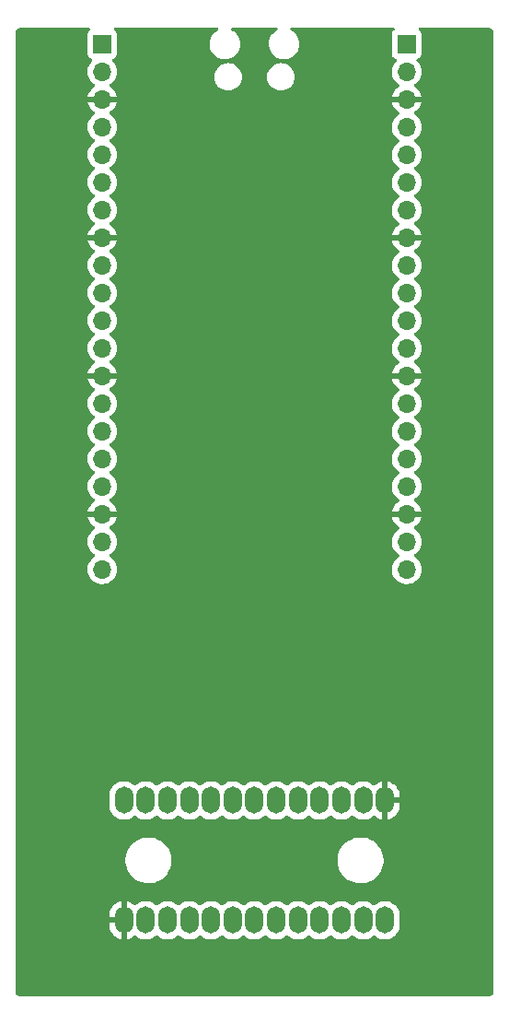
<source format=gbr>
%TF.GenerationSoftware,KiCad,Pcbnew,(6.0.4)*%
%TF.CreationDate,2022-08-11T18:10:44+02:00*%
%TF.ProjectId,mta1-usb-ch552-programmer,6d746131-2d75-4736-922d-63683535322d,rev?*%
%TF.SameCoordinates,Original*%
%TF.FileFunction,Copper,L2,Bot*%
%TF.FilePolarity,Positive*%
%FSLAX46Y46*%
G04 Gerber Fmt 4.6, Leading zero omitted, Abs format (unit mm)*
G04 Created by KiCad (PCBNEW (6.0.4)) date 2022-08-11 18:10:44*
%MOMM*%
%LPD*%
G01*
G04 APERTURE LIST*
G04 Aperture macros list*
%AMRoundRect*
0 Rectangle with rounded corners*
0 $1 Rounding radius*
0 $2 $3 $4 $5 $6 $7 $8 $9 X,Y pos of 4 corners*
0 Add a 4 corners polygon primitive as box body*
4,1,4,$2,$3,$4,$5,$6,$7,$8,$9,$2,$3,0*
0 Add four circle primitives for the rounded corners*
1,1,$1+$1,$2,$3*
1,1,$1+$1,$4,$5*
1,1,$1+$1,$6,$7*
1,1,$1+$1,$8,$9*
0 Add four rect primitives between the rounded corners*
20,1,$1+$1,$2,$3,$4,$5,0*
20,1,$1+$1,$4,$5,$6,$7,0*
20,1,$1+$1,$6,$7,$8,$9,0*
20,1,$1+$1,$8,$9,$2,$3,0*%
G04 Aperture macros list end*
%TA.AperFunction,ComponentPad*%
%ADD10R,1.700000X1.700000*%
%TD*%
%TA.AperFunction,ComponentPad*%
%ADD11O,1.700000X1.700000*%
%TD*%
%TA.AperFunction,ComponentPad*%
%ADD12RoundRect,0.850000X0.000000X-0.400000X0.000000X-0.400000X0.000000X0.400000X0.000000X0.400000X0*%
%TD*%
%TA.AperFunction,ViaPad*%
%ADD13C,0.600000*%
%TD*%
G04 APERTURE END LIST*
D10*
%TO.P,J2,1,Pin_1*%
%TO.N,+5V*%
X154500000Y-51000000D03*
D11*
%TO.P,J2,2,Pin_2*%
%TO.N,/PICO_VSYS*%
X154500000Y-53540000D03*
%TO.P,J2,3,Pin_3*%
%TO.N,GND*%
X154500000Y-56080000D03*
%TO.P,J2,4,Pin_4*%
%TO.N,/PICO_3V3_EN*%
X154500000Y-58620000D03*
%TO.P,J2,5,Pin_5*%
%TO.N,/PICO_3V3*%
X154500000Y-61160000D03*
%TO.P,J2,6,Pin_6*%
%TO.N,/PICO_ADC_VREF*%
X154500000Y-63700000D03*
%TO.P,J2,7,Pin_7*%
%TO.N,+3V3*%
X154500000Y-66240000D03*
%TO.P,J2,8,Pin_8*%
%TO.N,GND*%
X154500000Y-68780000D03*
%TO.P,J2,9,Pin_9*%
%TO.N,+2V5*%
X154500000Y-71320000D03*
%TO.P,J2,10,Pin_10*%
%TO.N,+1V2*%
X154500000Y-73860000D03*
%TO.P,J2,11,Pin_11*%
%TO.N,/PICO_RUN*%
X154500000Y-76400000D03*
%TO.P,J2,12,Pin_12*%
%TO.N,/PICO22*%
X154500000Y-78940000D03*
%TO.P,J2,13,Pin_13*%
%TO.N,GND*%
X154500000Y-81480000D03*
%TO.P,J2,14,Pin_14*%
%TO.N,/GPIO4_U*%
X154500000Y-84020000D03*
%TO.P,J2,15,Pin_15*%
%TO.N,/GPIO3_U*%
X154500000Y-86560000D03*
%TO.P,J2,16,Pin_16*%
%TO.N,/GPIO2_U*%
X154500000Y-89100000D03*
%TO.P,J2,17,Pin_17*%
%TO.N,/GPIO1_U*%
X154500000Y-91640000D03*
%TO.P,J2,18,Pin_18*%
%TO.N,GND*%
X154500000Y-94180000D03*
%TO.P,J2,19,Pin_19*%
%TO.N,/CTS_U*%
X154500000Y-96720000D03*
%TO.P,J2,20,Pin_20*%
%TO.N,/RTS_U*%
X154500000Y-99260000D03*
%TD*%
D10*
%TO.P,J1,1,Pin_1*%
%TO.N,/PICO_0*%
X126500000Y-51000000D03*
D11*
%TO.P,J1,2,Pin_2*%
%TO.N,/PICO_1*%
X126500000Y-53540000D03*
%TO.P,J1,3,Pin_3*%
%TO.N,GND*%
X126500000Y-56080000D03*
%TO.P,J1,4,Pin_4*%
%TO.N,/PICO_2*%
X126500000Y-58620000D03*
%TO.P,J1,5,Pin_5*%
%TO.N,/PICO_3*%
X126500000Y-61160000D03*
%TO.P,J1,6,Pin_6*%
%TO.N,/PICO_4*%
X126500000Y-63700000D03*
%TO.P,J1,7,Pin_7*%
%TO.N,/PICO_5*%
X126500000Y-66240000D03*
%TO.P,J1,8,Pin_8*%
%TO.N,GND*%
X126500000Y-68780000D03*
%TO.P,J1,9,Pin_9*%
%TO.N,/PICO_6*%
X126500000Y-71320000D03*
%TO.P,J1,10,Pin_10*%
%TO.N,/5V_EN*%
X126500000Y-73860000D03*
%TO.P,J1,11,Pin_11*%
%TO.N,/TX_U*%
X126500000Y-76400000D03*
%TO.P,J1,12,Pin_12*%
%TO.N,/RX_U*%
X126500000Y-78940000D03*
%TO.P,J1,13,Pin_13*%
%TO.N,GND*%
X126500000Y-81480000D03*
%TO.P,J1,14,Pin_14*%
%TO.N,/SCK_U*%
X126500000Y-84020000D03*
%TO.P,J1,15,Pin_15*%
%TO.N,/MOSI_U*%
X126500000Y-86560000D03*
%TO.P,J1,16,Pin_16*%
%TO.N,/SS_U*%
X126500000Y-89100000D03*
%TO.P,J1,17,Pin_17*%
%TO.N,/MISO_U*%
X126500000Y-91640000D03*
%TO.P,J1,18,Pin_18*%
%TO.N,GND*%
X126500000Y-94180000D03*
%TO.P,J1,19,Pin_19*%
%TO.N,/CRESET_U*%
X126500000Y-96720000D03*
%TO.P,J1,20,Pin_20*%
%TO.N,/CDONE_U*%
X126500000Y-99260000D03*
%TD*%
D12*
%TO.P,U1,1,GND*%
%TO.N,GND*%
X128500000Y-131500000D03*
%TO.P,U1,2,5V*%
%TO.N,/5V_DUT*%
X130500000Y-131500000D03*
%TO.P,U1,3,3.3V*%
%TO.N,+3V3*%
X132500000Y-131500000D03*
%TO.P,U1,4,2.5V*%
%TO.N,+2V5*%
X134500000Y-131500000D03*
%TO.P,U1,5,1.2V*%
%TO.N,+1V2*%
X136500000Y-131500000D03*
%TO.P,U1,6,TX*%
%TO.N,/TX*%
X138500000Y-131500000D03*
%TO.P,U1,7,RX*%
%TO.N,/RX*%
X140500000Y-131500000D03*
%TO.P,U1,8,RTS*%
%TO.N,/RTS*%
X142500000Y-131500000D03*
%TO.P,U1,9,CTS*%
%TO.N,/CTS*%
X144500000Y-131500000D03*
%TO.P,U1,10,GPIO1*%
%TO.N,/GPIO1*%
X146500000Y-131500000D03*
%TO.P,U1,11,GPIO2*%
%TO.N,/GPIO2*%
X148500000Y-131500000D03*
%TO.P,U1,12,GPIO3*%
%TO.N,/GPIO3*%
X150500000Y-131500000D03*
%TO.P,U1,13,GPIO4*%
%TO.N,/GPIO4*%
X152500000Y-131500000D03*
%TO.P,U1,14,GND*%
%TO.N,GND*%
X152500000Y-120500000D03*
%TO.P,U1,15,CDONE*%
%TO.N,/CDONE*%
X150500000Y-120500000D03*
%TO.P,U1,16,CRESET*%
%TO.N,/CRESET*%
X148500000Y-120500000D03*
%TO.P,U1,17,MISO*%
%TO.N,/MISO*%
X146500000Y-120500000D03*
%TO.P,U1,18,SS*%
%TO.N,/SS*%
X144500000Y-120500000D03*
%TO.P,U1,19,MOSI*%
%TO.N,/MOSI*%
X142500000Y-120500000D03*
%TO.P,U1,20,SCK*%
%TO.N,/SCK*%
X140500000Y-120500000D03*
%TO.P,U1,21,NC*%
%TO.N,unconnected-(U1-Pad21)*%
X138500000Y-120500000D03*
%TO.P,U1,22,NC*%
%TO.N,unconnected-(U1-Pad22)*%
X136500000Y-120500000D03*
%TO.P,U1,23,NC*%
%TO.N,unconnected-(U1-Pad23)*%
X134500000Y-120500000D03*
%TO.P,U1,24,NC*%
%TO.N,unconnected-(U1-Pad24)*%
X132500000Y-120500000D03*
%TO.P,U1,25,NC*%
%TO.N,unconnected-(U1-Pad25)*%
X130500000Y-120500000D03*
%TO.P,U1,26,NC*%
%TO.N,unconnected-(U1-Pad26)*%
X128500000Y-120500000D03*
%TD*%
D13*
%TO.N,GND*%
X127700000Y-110500000D03*
X120100000Y-111500000D03*
X140500000Y-102200000D03*
%TD*%
%TA.AperFunction,Conductor*%
%TO.N,GND*%
G36*
X125347895Y-49528502D02*
G01*
X125394388Y-49582158D01*
X125404492Y-49652432D01*
X125374998Y-49717012D01*
X125355339Y-49735326D01*
X125286739Y-49786739D01*
X125199385Y-49903295D01*
X125148255Y-50039684D01*
X125141500Y-50101866D01*
X125141500Y-51898134D01*
X125148255Y-51960316D01*
X125199385Y-52096705D01*
X125286739Y-52213261D01*
X125403295Y-52300615D01*
X125411704Y-52303767D01*
X125411705Y-52303768D01*
X125520451Y-52344535D01*
X125577216Y-52387176D01*
X125601916Y-52453738D01*
X125586709Y-52523087D01*
X125567316Y-52549568D01*
X125440629Y-52682138D01*
X125314743Y-52866680D01*
X125267715Y-52967993D01*
X125225429Y-53059092D01*
X125220688Y-53069305D01*
X125160989Y-53284570D01*
X125137251Y-53506695D01*
X125137548Y-53511848D01*
X125137548Y-53511851D01*
X125143011Y-53606590D01*
X125150110Y-53729715D01*
X125151247Y-53734761D01*
X125151248Y-53734767D01*
X125167148Y-53805319D01*
X125199222Y-53947639D01*
X125283266Y-54154616D01*
X125399987Y-54345088D01*
X125546250Y-54513938D01*
X125718126Y-54656632D01*
X125734435Y-54666162D01*
X125791955Y-54699774D01*
X125840679Y-54751412D01*
X125853750Y-54821195D01*
X125827019Y-54886967D01*
X125786562Y-54920327D01*
X125778457Y-54924546D01*
X125769738Y-54930036D01*
X125599433Y-55057905D01*
X125591726Y-55064748D01*
X125444590Y-55218717D01*
X125438104Y-55226727D01*
X125318098Y-55402649D01*
X125313000Y-55411623D01*
X125223338Y-55604783D01*
X125219775Y-55614470D01*
X125164389Y-55814183D01*
X125165912Y-55822607D01*
X125178292Y-55826000D01*
X127818344Y-55826000D01*
X127831875Y-55822027D01*
X127833180Y-55812947D01*
X127791214Y-55645875D01*
X127787894Y-55636124D01*
X127702972Y-55440814D01*
X127698105Y-55431739D01*
X127582426Y-55252926D01*
X127576136Y-55244757D01*
X127432806Y-55087240D01*
X127425273Y-55080215D01*
X127258139Y-54948222D01*
X127249556Y-54942520D01*
X127212602Y-54922120D01*
X127162631Y-54871687D01*
X127147859Y-54802245D01*
X127172975Y-54735839D01*
X127200327Y-54709232D01*
X127260709Y-54666162D01*
X127379860Y-54581173D01*
X127538096Y-54423489D01*
X127597594Y-54340689D01*
X127665435Y-54246277D01*
X127668453Y-54242077D01*
X127767430Y-54041811D01*
X127771018Y-54030000D01*
X136811693Y-54030000D01*
X136830885Y-54249371D01*
X136887880Y-54462076D01*
X136931415Y-54555438D01*
X136978618Y-54656666D01*
X136978621Y-54656671D01*
X136980944Y-54661653D01*
X136984100Y-54666160D01*
X136984101Y-54666162D01*
X137092657Y-54821195D01*
X137107251Y-54842038D01*
X137262962Y-54997749D01*
X137443346Y-55124056D01*
X137642924Y-55217120D01*
X137855629Y-55274115D01*
X138075000Y-55293307D01*
X138294371Y-55274115D01*
X138507076Y-55217120D01*
X138706654Y-55124056D01*
X138887038Y-54997749D01*
X139042749Y-54842038D01*
X139057344Y-54821195D01*
X139165899Y-54666162D01*
X139165900Y-54666160D01*
X139169056Y-54661653D01*
X139171379Y-54656671D01*
X139171382Y-54656666D01*
X139218585Y-54555438D01*
X139262120Y-54462076D01*
X139319115Y-54249371D01*
X139338307Y-54030000D01*
X141661693Y-54030000D01*
X141680885Y-54249371D01*
X141737880Y-54462076D01*
X141781415Y-54555438D01*
X141828618Y-54656666D01*
X141828621Y-54656671D01*
X141830944Y-54661653D01*
X141834100Y-54666160D01*
X141834101Y-54666162D01*
X141942657Y-54821195D01*
X141957251Y-54842038D01*
X142112962Y-54997749D01*
X142293346Y-55124056D01*
X142492924Y-55217120D01*
X142705629Y-55274115D01*
X142925000Y-55293307D01*
X143144371Y-55274115D01*
X143357076Y-55217120D01*
X143556654Y-55124056D01*
X143737038Y-54997749D01*
X143892749Y-54842038D01*
X143907344Y-54821195D01*
X144015899Y-54666162D01*
X144015900Y-54666160D01*
X144019056Y-54661653D01*
X144021379Y-54656671D01*
X144021382Y-54656666D01*
X144068585Y-54555438D01*
X144112120Y-54462076D01*
X144169115Y-54249371D01*
X144188307Y-54030000D01*
X144169115Y-53810629D01*
X144112120Y-53597924D01*
X144067186Y-53501562D01*
X144021382Y-53403334D01*
X144021379Y-53403329D01*
X144019056Y-53398347D01*
X143958835Y-53312342D01*
X143895908Y-53222473D01*
X143895906Y-53222470D01*
X143892749Y-53217962D01*
X143737038Y-53062251D01*
X143556654Y-52935944D01*
X143357076Y-52842880D01*
X143144371Y-52785885D01*
X142925000Y-52766693D01*
X142705629Y-52785885D01*
X142492924Y-52842880D01*
X142441885Y-52866680D01*
X142298334Y-52933618D01*
X142298329Y-52933621D01*
X142293347Y-52935944D01*
X142288840Y-52939100D01*
X142288838Y-52939101D01*
X142117473Y-53059092D01*
X142117470Y-53059094D01*
X142112962Y-53062251D01*
X141957251Y-53217962D01*
X141954094Y-53222470D01*
X141954092Y-53222473D01*
X141891165Y-53312342D01*
X141830944Y-53398347D01*
X141828621Y-53403329D01*
X141828618Y-53403334D01*
X141782814Y-53501562D01*
X141737880Y-53597924D01*
X141680885Y-53810629D01*
X141661693Y-54030000D01*
X139338307Y-54030000D01*
X139319115Y-53810629D01*
X139262120Y-53597924D01*
X139217186Y-53501562D01*
X139171382Y-53403334D01*
X139171379Y-53403329D01*
X139169056Y-53398347D01*
X139108835Y-53312342D01*
X139045908Y-53222473D01*
X139045906Y-53222470D01*
X139042749Y-53217962D01*
X138887038Y-53062251D01*
X138706654Y-52935944D01*
X138507076Y-52842880D01*
X138294371Y-52785885D01*
X138075000Y-52766693D01*
X137855629Y-52785885D01*
X137642924Y-52842880D01*
X137591885Y-52866680D01*
X137448334Y-52933618D01*
X137448329Y-52933621D01*
X137443347Y-52935944D01*
X137438840Y-52939100D01*
X137438838Y-52939101D01*
X137267473Y-53059092D01*
X137267470Y-53059094D01*
X137262962Y-53062251D01*
X137107251Y-53217962D01*
X137104094Y-53222470D01*
X137104092Y-53222473D01*
X137041165Y-53312342D01*
X136980944Y-53398347D01*
X136978621Y-53403329D01*
X136978618Y-53403334D01*
X136932814Y-53501562D01*
X136887880Y-53597924D01*
X136830885Y-53810629D01*
X136811693Y-54030000D01*
X127771018Y-54030000D01*
X127832370Y-53828069D01*
X127861529Y-53606590D01*
X127863156Y-53540000D01*
X127844852Y-53317361D01*
X127790431Y-53100702D01*
X127701354Y-52895840D01*
X127661906Y-52834862D01*
X127582822Y-52712617D01*
X127582820Y-52712614D01*
X127580014Y-52708277D01*
X127576532Y-52704450D01*
X127432798Y-52546488D01*
X127401746Y-52482642D01*
X127410141Y-52412143D01*
X127455317Y-52357375D01*
X127481761Y-52343706D01*
X127588297Y-52303767D01*
X127596705Y-52300615D01*
X127713261Y-52213261D01*
X127800615Y-52096705D01*
X127851745Y-51960316D01*
X127858500Y-51898134D01*
X127858500Y-50101866D01*
X127851745Y-50039684D01*
X127800615Y-49903295D01*
X127713261Y-49786739D01*
X127644661Y-49735326D01*
X127602146Y-49678467D01*
X127597120Y-49607648D01*
X127631180Y-49545355D01*
X127693511Y-49511365D01*
X127720226Y-49508500D01*
X137074704Y-49508500D01*
X137142825Y-49528502D01*
X137189318Y-49582158D01*
X137199422Y-49652432D01*
X137169928Y-49717012D01*
X137132884Y-49746263D01*
X137055117Y-49786746D01*
X137021872Y-49804052D01*
X137017739Y-49807155D01*
X137017736Y-49807157D01*
X136878494Y-49911703D01*
X136836655Y-49943117D01*
X136800640Y-49980805D01*
X136681686Y-50105283D01*
X136676639Y-50110564D01*
X136673725Y-50114836D01*
X136673724Y-50114837D01*
X136658152Y-50137665D01*
X136546119Y-50301899D01*
X136448602Y-50511981D01*
X136386707Y-50735169D01*
X136362095Y-50965469D01*
X136362392Y-50970622D01*
X136362392Y-50970625D01*
X136368067Y-51069041D01*
X136375427Y-51196697D01*
X136376564Y-51201743D01*
X136376565Y-51201749D01*
X136408741Y-51344523D01*
X136426346Y-51422642D01*
X136428288Y-51427424D01*
X136428289Y-51427428D01*
X136511540Y-51632450D01*
X136513484Y-51637237D01*
X136634501Y-51834719D01*
X136786147Y-52009784D01*
X136964349Y-52157730D01*
X137164322Y-52274584D01*
X137169147Y-52276426D01*
X137169148Y-52276427D01*
X137232490Y-52300615D01*
X137380694Y-52357209D01*
X137385760Y-52358240D01*
X137385761Y-52358240D01*
X137387039Y-52358500D01*
X137607656Y-52403385D01*
X137738324Y-52408176D01*
X137833949Y-52411683D01*
X137833953Y-52411683D01*
X137839113Y-52411872D01*
X137844233Y-52411216D01*
X137844235Y-52411216D01*
X137917270Y-52401860D01*
X138068847Y-52382442D01*
X138073795Y-52380957D01*
X138073802Y-52380956D01*
X138285747Y-52317369D01*
X138290690Y-52315886D01*
X138321862Y-52300615D01*
X138494049Y-52216262D01*
X138494052Y-52216260D01*
X138498684Y-52213991D01*
X138687243Y-52079494D01*
X138851303Y-51916005D01*
X138986458Y-51727917D01*
X139033641Y-51632450D01*
X139086784Y-51524922D01*
X139086785Y-51524920D01*
X139089078Y-51520280D01*
X139156408Y-51298671D01*
X139186640Y-51069041D01*
X139188327Y-51000000D01*
X139182032Y-50923434D01*
X139169773Y-50774318D01*
X139169772Y-50774312D01*
X139169349Y-50769167D01*
X139112925Y-50544533D01*
X139110866Y-50539797D01*
X139022630Y-50336868D01*
X139022628Y-50336865D01*
X139020570Y-50332131D01*
X138894764Y-50137665D01*
X138862190Y-50101866D01*
X138812757Y-50047540D01*
X138738887Y-49966358D01*
X138734836Y-49963159D01*
X138734832Y-49963155D01*
X138561177Y-49826011D01*
X138561172Y-49826008D01*
X138557123Y-49822810D01*
X138552604Y-49820316D01*
X138552599Y-49820312D01*
X138415825Y-49744809D01*
X138365854Y-49694376D01*
X138351082Y-49624933D01*
X138376198Y-49558528D01*
X138433229Y-49516243D01*
X138476718Y-49508500D01*
X142524704Y-49508500D01*
X142592825Y-49528502D01*
X142639318Y-49582158D01*
X142649422Y-49652432D01*
X142619928Y-49717012D01*
X142582884Y-49746263D01*
X142505117Y-49786746D01*
X142471872Y-49804052D01*
X142467739Y-49807155D01*
X142467736Y-49807157D01*
X142328494Y-49911703D01*
X142286655Y-49943117D01*
X142250640Y-49980805D01*
X142131686Y-50105283D01*
X142126639Y-50110564D01*
X142123725Y-50114836D01*
X142123724Y-50114837D01*
X142108152Y-50137665D01*
X141996119Y-50301899D01*
X141898602Y-50511981D01*
X141836707Y-50735169D01*
X141812095Y-50965469D01*
X141812392Y-50970622D01*
X141812392Y-50970625D01*
X141818067Y-51069041D01*
X141825427Y-51196697D01*
X141826564Y-51201743D01*
X141826565Y-51201749D01*
X141858741Y-51344523D01*
X141876346Y-51422642D01*
X141878288Y-51427424D01*
X141878289Y-51427428D01*
X141961540Y-51632450D01*
X141963484Y-51637237D01*
X142084501Y-51834719D01*
X142236147Y-52009784D01*
X142414349Y-52157730D01*
X142614322Y-52274584D01*
X142619147Y-52276426D01*
X142619148Y-52276427D01*
X142682490Y-52300615D01*
X142830694Y-52357209D01*
X142835760Y-52358240D01*
X142835761Y-52358240D01*
X142837039Y-52358500D01*
X143057656Y-52403385D01*
X143188324Y-52408176D01*
X143283949Y-52411683D01*
X143283953Y-52411683D01*
X143289113Y-52411872D01*
X143294233Y-52411216D01*
X143294235Y-52411216D01*
X143367270Y-52401860D01*
X143518847Y-52382442D01*
X143523795Y-52380957D01*
X143523802Y-52380956D01*
X143735747Y-52317369D01*
X143740690Y-52315886D01*
X143771862Y-52300615D01*
X143944049Y-52216262D01*
X143944052Y-52216260D01*
X143948684Y-52213991D01*
X144137243Y-52079494D01*
X144301303Y-51916005D01*
X144436458Y-51727917D01*
X144483641Y-51632450D01*
X144536784Y-51524922D01*
X144536785Y-51524920D01*
X144539078Y-51520280D01*
X144606408Y-51298671D01*
X144636640Y-51069041D01*
X144638327Y-51000000D01*
X144632032Y-50923434D01*
X144619773Y-50774318D01*
X144619772Y-50774312D01*
X144619349Y-50769167D01*
X144562925Y-50544533D01*
X144560866Y-50539797D01*
X144472630Y-50336868D01*
X144472628Y-50336865D01*
X144470570Y-50332131D01*
X144344764Y-50137665D01*
X144312190Y-50101866D01*
X144262757Y-50047540D01*
X144188887Y-49966358D01*
X144184836Y-49963159D01*
X144184832Y-49963155D01*
X144011177Y-49826011D01*
X144011172Y-49826008D01*
X144007123Y-49822810D01*
X144002604Y-49820316D01*
X144002599Y-49820312D01*
X143865825Y-49744809D01*
X143815854Y-49694376D01*
X143801082Y-49624933D01*
X143826198Y-49558528D01*
X143883229Y-49516243D01*
X143926718Y-49508500D01*
X153279774Y-49508500D01*
X153347895Y-49528502D01*
X153394388Y-49582158D01*
X153404492Y-49652432D01*
X153374998Y-49717012D01*
X153355339Y-49735326D01*
X153286739Y-49786739D01*
X153199385Y-49903295D01*
X153148255Y-50039684D01*
X153141500Y-50101866D01*
X153141500Y-51898134D01*
X153148255Y-51960316D01*
X153199385Y-52096705D01*
X153286739Y-52213261D01*
X153403295Y-52300615D01*
X153411704Y-52303767D01*
X153411705Y-52303768D01*
X153520451Y-52344535D01*
X153577216Y-52387176D01*
X153601916Y-52453738D01*
X153586709Y-52523087D01*
X153567316Y-52549568D01*
X153440629Y-52682138D01*
X153314743Y-52866680D01*
X153267715Y-52967993D01*
X153225429Y-53059092D01*
X153220688Y-53069305D01*
X153160989Y-53284570D01*
X153137251Y-53506695D01*
X153137548Y-53511848D01*
X153137548Y-53511851D01*
X153143011Y-53606590D01*
X153150110Y-53729715D01*
X153151247Y-53734761D01*
X153151248Y-53734767D01*
X153167148Y-53805319D01*
X153199222Y-53947639D01*
X153283266Y-54154616D01*
X153399987Y-54345088D01*
X153546250Y-54513938D01*
X153718126Y-54656632D01*
X153734435Y-54666162D01*
X153791955Y-54699774D01*
X153840679Y-54751412D01*
X153853750Y-54821195D01*
X153827019Y-54886967D01*
X153786562Y-54920327D01*
X153778457Y-54924546D01*
X153769738Y-54930036D01*
X153599433Y-55057905D01*
X153591726Y-55064748D01*
X153444590Y-55218717D01*
X153438104Y-55226727D01*
X153318098Y-55402649D01*
X153313000Y-55411623D01*
X153223338Y-55604783D01*
X153219775Y-55614470D01*
X153164389Y-55814183D01*
X153165912Y-55822607D01*
X153178292Y-55826000D01*
X155818344Y-55826000D01*
X155831875Y-55822027D01*
X155833180Y-55812947D01*
X155791214Y-55645875D01*
X155787894Y-55636124D01*
X155702972Y-55440814D01*
X155698105Y-55431739D01*
X155582426Y-55252926D01*
X155576136Y-55244757D01*
X155432806Y-55087240D01*
X155425273Y-55080215D01*
X155258139Y-54948222D01*
X155249556Y-54942520D01*
X155212602Y-54922120D01*
X155162631Y-54871687D01*
X155147859Y-54802245D01*
X155172975Y-54735839D01*
X155200327Y-54709232D01*
X155260709Y-54666162D01*
X155379860Y-54581173D01*
X155538096Y-54423489D01*
X155597594Y-54340689D01*
X155665435Y-54246277D01*
X155668453Y-54242077D01*
X155767430Y-54041811D01*
X155832370Y-53828069D01*
X155861529Y-53606590D01*
X155863156Y-53540000D01*
X155844852Y-53317361D01*
X155790431Y-53100702D01*
X155701354Y-52895840D01*
X155661906Y-52834862D01*
X155582822Y-52712617D01*
X155582820Y-52712614D01*
X155580014Y-52708277D01*
X155576532Y-52704450D01*
X155432798Y-52546488D01*
X155401746Y-52482642D01*
X155410141Y-52412143D01*
X155455317Y-52357375D01*
X155481761Y-52343706D01*
X155588297Y-52303767D01*
X155596705Y-52300615D01*
X155713261Y-52213261D01*
X155800615Y-52096705D01*
X155851745Y-51960316D01*
X155858500Y-51898134D01*
X155858500Y-50101866D01*
X155851745Y-50039684D01*
X155800615Y-49903295D01*
X155713261Y-49786739D01*
X155644661Y-49735326D01*
X155602146Y-49678467D01*
X155597120Y-49607648D01*
X155631180Y-49545355D01*
X155693511Y-49511365D01*
X155720226Y-49508500D01*
X161950633Y-49508500D01*
X161970018Y-49510000D01*
X161984852Y-49512310D01*
X161984855Y-49512310D01*
X161993724Y-49513691D01*
X162002626Y-49512527D01*
X162002750Y-49512511D01*
X162033192Y-49512240D01*
X162040621Y-49513077D01*
X162095264Y-49519234D01*
X162122771Y-49525513D01*
X162199853Y-49552485D01*
X162225274Y-49564727D01*
X162294426Y-49608178D01*
X162316485Y-49625770D01*
X162374230Y-49683515D01*
X162391822Y-49705574D01*
X162435273Y-49774726D01*
X162447515Y-49800147D01*
X162474487Y-49877228D01*
X162480766Y-49904736D01*
X162487018Y-49960226D01*
X162486923Y-49975868D01*
X162487800Y-49975879D01*
X162487690Y-49984851D01*
X162486309Y-49993724D01*
X162487473Y-50002626D01*
X162487473Y-50002628D01*
X162490436Y-50025283D01*
X162491500Y-50041621D01*
X162491500Y-137950633D01*
X162490000Y-137970018D01*
X162486309Y-137993724D01*
X162487473Y-138002626D01*
X162487489Y-138002750D01*
X162487760Y-138033192D01*
X162485430Y-138053870D01*
X162480766Y-138095264D01*
X162474487Y-138122771D01*
X162447515Y-138199853D01*
X162435273Y-138225274D01*
X162391822Y-138294426D01*
X162374230Y-138316485D01*
X162316485Y-138374230D01*
X162294426Y-138391822D01*
X162225274Y-138435273D01*
X162199853Y-138447515D01*
X162122772Y-138474487D01*
X162095264Y-138480766D01*
X162039774Y-138487018D01*
X162024132Y-138486923D01*
X162024121Y-138487800D01*
X162015149Y-138487690D01*
X162006276Y-138486309D01*
X161997374Y-138487473D01*
X161997372Y-138487473D01*
X161986385Y-138488910D01*
X161974714Y-138490436D01*
X161958379Y-138491500D01*
X119049367Y-138491500D01*
X119029982Y-138490000D01*
X119015148Y-138487690D01*
X119015145Y-138487690D01*
X119006276Y-138486309D01*
X118997374Y-138487473D01*
X118997250Y-138487489D01*
X118966808Y-138487760D01*
X118946130Y-138485430D01*
X118904736Y-138480766D01*
X118877229Y-138474487D01*
X118800147Y-138447515D01*
X118774726Y-138435273D01*
X118705574Y-138391822D01*
X118683515Y-138374230D01*
X118625770Y-138316485D01*
X118608178Y-138294426D01*
X118564727Y-138225274D01*
X118552485Y-138199853D01*
X118525513Y-138122772D01*
X118519234Y-138095266D01*
X118513170Y-138041451D01*
X118512888Y-138016640D01*
X118513576Y-138012552D01*
X118513729Y-138000000D01*
X118509773Y-137972376D01*
X118508500Y-137954514D01*
X118508500Y-131988957D01*
X127142001Y-131988957D01*
X127142093Y-131992348D01*
X127144825Y-132042823D01*
X127145901Y-132051491D01*
X127188211Y-132268150D01*
X127191122Y-132278368D01*
X127268994Y-132483908D01*
X127273586Y-132493491D01*
X127384970Y-132682962D01*
X127391123Y-132691651D01*
X127532842Y-132859651D01*
X127540349Y-132867158D01*
X127708349Y-133008877D01*
X127717038Y-133015030D01*
X127906509Y-133126414D01*
X127916092Y-133131006D01*
X128121627Y-133208876D01*
X128131857Y-133211790D01*
X128228218Y-133230607D01*
X128241168Y-133229403D01*
X128245482Y-133215965D01*
X128754000Y-133215965D01*
X128757664Y-133228442D01*
X128773362Y-133230299D01*
X128868143Y-133211790D01*
X128878373Y-133208876D01*
X129083908Y-133131006D01*
X129093491Y-133126414D01*
X129282962Y-133015030D01*
X129291651Y-133008877D01*
X129418368Y-132901983D01*
X129483334Y-132873348D01*
X129553468Y-132884382D01*
X129580856Y-132901983D01*
X129712142Y-133012732D01*
X129910889Y-133129569D01*
X130126481Y-133211250D01*
X130131710Y-133212271D01*
X130131713Y-133212272D01*
X130337468Y-133252452D01*
X130352752Y-133255437D01*
X130360662Y-133255865D01*
X130407618Y-133258409D01*
X130407634Y-133258409D01*
X130409306Y-133258500D01*
X130590694Y-133258500D01*
X130592366Y-133258409D01*
X130592382Y-133258409D01*
X130639338Y-133255865D01*
X130647248Y-133255437D01*
X130662532Y-133252452D01*
X130868287Y-133212272D01*
X130868290Y-133212271D01*
X130873519Y-133211250D01*
X131089111Y-133129569D01*
X131287858Y-133012732D01*
X131418757Y-132902310D01*
X131483722Y-132873675D01*
X131553856Y-132884709D01*
X131581242Y-132902309D01*
X131712142Y-133012732D01*
X131910889Y-133129569D01*
X132126481Y-133211250D01*
X132131710Y-133212271D01*
X132131713Y-133212272D01*
X132337468Y-133252452D01*
X132352752Y-133255437D01*
X132360662Y-133255865D01*
X132407618Y-133258409D01*
X132407634Y-133258409D01*
X132409306Y-133258500D01*
X132590694Y-133258500D01*
X132592366Y-133258409D01*
X132592382Y-133258409D01*
X132639338Y-133255865D01*
X132647248Y-133255437D01*
X132662532Y-133252452D01*
X132868287Y-133212272D01*
X132868290Y-133212271D01*
X132873519Y-133211250D01*
X133089111Y-133129569D01*
X133287858Y-133012732D01*
X133418757Y-132902310D01*
X133483722Y-132873675D01*
X133553856Y-132884709D01*
X133581242Y-132902309D01*
X133712142Y-133012732D01*
X133910889Y-133129569D01*
X134126481Y-133211250D01*
X134131710Y-133212271D01*
X134131713Y-133212272D01*
X134337468Y-133252452D01*
X134352752Y-133255437D01*
X134360662Y-133255865D01*
X134407618Y-133258409D01*
X134407634Y-133258409D01*
X134409306Y-133258500D01*
X134590694Y-133258500D01*
X134592366Y-133258409D01*
X134592382Y-133258409D01*
X134639338Y-133255865D01*
X134647248Y-133255437D01*
X134662532Y-133252452D01*
X134868287Y-133212272D01*
X134868290Y-133212271D01*
X134873519Y-133211250D01*
X135089111Y-133129569D01*
X135287858Y-133012732D01*
X135418757Y-132902310D01*
X135483722Y-132873675D01*
X135553856Y-132884709D01*
X135581242Y-132902309D01*
X135712142Y-133012732D01*
X135910889Y-133129569D01*
X136126481Y-133211250D01*
X136131710Y-133212271D01*
X136131713Y-133212272D01*
X136337468Y-133252452D01*
X136352752Y-133255437D01*
X136360662Y-133255865D01*
X136407618Y-133258409D01*
X136407634Y-133258409D01*
X136409306Y-133258500D01*
X136590694Y-133258500D01*
X136592366Y-133258409D01*
X136592382Y-133258409D01*
X136639338Y-133255865D01*
X136647248Y-133255437D01*
X136662532Y-133252452D01*
X136868287Y-133212272D01*
X136868290Y-133212271D01*
X136873519Y-133211250D01*
X137089111Y-133129569D01*
X137287858Y-133012732D01*
X137418757Y-132902310D01*
X137483722Y-132873675D01*
X137553856Y-132884709D01*
X137581242Y-132902309D01*
X137712142Y-133012732D01*
X137910889Y-133129569D01*
X138126481Y-133211250D01*
X138131710Y-133212271D01*
X138131713Y-133212272D01*
X138337468Y-133252452D01*
X138352752Y-133255437D01*
X138360662Y-133255865D01*
X138407618Y-133258409D01*
X138407634Y-133258409D01*
X138409306Y-133258500D01*
X138590694Y-133258500D01*
X138592366Y-133258409D01*
X138592382Y-133258409D01*
X138639338Y-133255865D01*
X138647248Y-133255437D01*
X138662532Y-133252452D01*
X138868287Y-133212272D01*
X138868290Y-133212271D01*
X138873519Y-133211250D01*
X139089111Y-133129569D01*
X139287858Y-133012732D01*
X139418757Y-132902310D01*
X139483722Y-132873675D01*
X139553856Y-132884709D01*
X139581242Y-132902309D01*
X139712142Y-133012732D01*
X139910889Y-133129569D01*
X140126481Y-133211250D01*
X140131710Y-133212271D01*
X140131713Y-133212272D01*
X140337468Y-133252452D01*
X140352752Y-133255437D01*
X140360662Y-133255865D01*
X140407618Y-133258409D01*
X140407634Y-133258409D01*
X140409306Y-133258500D01*
X140590694Y-133258500D01*
X140592366Y-133258409D01*
X140592382Y-133258409D01*
X140639338Y-133255865D01*
X140647248Y-133255437D01*
X140662532Y-133252452D01*
X140868287Y-133212272D01*
X140868290Y-133212271D01*
X140873519Y-133211250D01*
X141089111Y-133129569D01*
X141287858Y-133012732D01*
X141418757Y-132902310D01*
X141483722Y-132873675D01*
X141553856Y-132884709D01*
X141581242Y-132902309D01*
X141712142Y-133012732D01*
X141910889Y-133129569D01*
X142126481Y-133211250D01*
X142131710Y-133212271D01*
X142131713Y-133212272D01*
X142337468Y-133252452D01*
X142352752Y-133255437D01*
X142360662Y-133255865D01*
X142407618Y-133258409D01*
X142407634Y-133258409D01*
X142409306Y-133258500D01*
X142590694Y-133258500D01*
X142592366Y-133258409D01*
X142592382Y-133258409D01*
X142639338Y-133255865D01*
X142647248Y-133255437D01*
X142662532Y-133252452D01*
X142868287Y-133212272D01*
X142868290Y-133212271D01*
X142873519Y-133211250D01*
X143089111Y-133129569D01*
X143287858Y-133012732D01*
X143418757Y-132902310D01*
X143483722Y-132873675D01*
X143553856Y-132884709D01*
X143581242Y-132902309D01*
X143712142Y-133012732D01*
X143910889Y-133129569D01*
X144126481Y-133211250D01*
X144131710Y-133212271D01*
X144131713Y-133212272D01*
X144337468Y-133252452D01*
X144352752Y-133255437D01*
X144360662Y-133255865D01*
X144407618Y-133258409D01*
X144407634Y-133258409D01*
X144409306Y-133258500D01*
X144590694Y-133258500D01*
X144592366Y-133258409D01*
X144592382Y-133258409D01*
X144639338Y-133255865D01*
X144647248Y-133255437D01*
X144662532Y-133252452D01*
X144868287Y-133212272D01*
X144868290Y-133212271D01*
X144873519Y-133211250D01*
X145089111Y-133129569D01*
X145287858Y-133012732D01*
X145418757Y-132902310D01*
X145483722Y-132873675D01*
X145553856Y-132884709D01*
X145581242Y-132902309D01*
X145712142Y-133012732D01*
X145910889Y-133129569D01*
X146126481Y-133211250D01*
X146131710Y-133212271D01*
X146131713Y-133212272D01*
X146337468Y-133252452D01*
X146352752Y-133255437D01*
X146360662Y-133255865D01*
X146407618Y-133258409D01*
X146407634Y-133258409D01*
X146409306Y-133258500D01*
X146590694Y-133258500D01*
X146592366Y-133258409D01*
X146592382Y-133258409D01*
X146639338Y-133255865D01*
X146647248Y-133255437D01*
X146662532Y-133252452D01*
X146868287Y-133212272D01*
X146868290Y-133212271D01*
X146873519Y-133211250D01*
X147089111Y-133129569D01*
X147287858Y-133012732D01*
X147418757Y-132902310D01*
X147483722Y-132873675D01*
X147553856Y-132884709D01*
X147581242Y-132902309D01*
X147712142Y-133012732D01*
X147910889Y-133129569D01*
X148126481Y-133211250D01*
X148131710Y-133212271D01*
X148131713Y-133212272D01*
X148337468Y-133252452D01*
X148352752Y-133255437D01*
X148360662Y-133255865D01*
X148407618Y-133258409D01*
X148407634Y-133258409D01*
X148409306Y-133258500D01*
X148590694Y-133258500D01*
X148592366Y-133258409D01*
X148592382Y-133258409D01*
X148639338Y-133255865D01*
X148647248Y-133255437D01*
X148662532Y-133252452D01*
X148868287Y-133212272D01*
X148868290Y-133212271D01*
X148873519Y-133211250D01*
X149089111Y-133129569D01*
X149287858Y-133012732D01*
X149418757Y-132902310D01*
X149483722Y-132873675D01*
X149553856Y-132884709D01*
X149581242Y-132902309D01*
X149712142Y-133012732D01*
X149910889Y-133129569D01*
X150126481Y-133211250D01*
X150131710Y-133212271D01*
X150131713Y-133212272D01*
X150337468Y-133252452D01*
X150352752Y-133255437D01*
X150360662Y-133255865D01*
X150407618Y-133258409D01*
X150407634Y-133258409D01*
X150409306Y-133258500D01*
X150590694Y-133258500D01*
X150592366Y-133258409D01*
X150592382Y-133258409D01*
X150639338Y-133255865D01*
X150647248Y-133255437D01*
X150662532Y-133252452D01*
X150868287Y-133212272D01*
X150868290Y-133212271D01*
X150873519Y-133211250D01*
X151089111Y-133129569D01*
X151287858Y-133012732D01*
X151418757Y-132902310D01*
X151483722Y-132873675D01*
X151553856Y-132884709D01*
X151581242Y-132902309D01*
X151712142Y-133012732D01*
X151910889Y-133129569D01*
X152126481Y-133211250D01*
X152131710Y-133212271D01*
X152131713Y-133212272D01*
X152337468Y-133252452D01*
X152352752Y-133255437D01*
X152360662Y-133255865D01*
X152407618Y-133258409D01*
X152407634Y-133258409D01*
X152409306Y-133258500D01*
X152590694Y-133258500D01*
X152592366Y-133258409D01*
X152592382Y-133258409D01*
X152639338Y-133255865D01*
X152647248Y-133255437D01*
X152662532Y-133252452D01*
X152868287Y-133212272D01*
X152868290Y-133212271D01*
X152873519Y-133211250D01*
X153089111Y-133129569D01*
X153287858Y-133012732D01*
X153464078Y-132864078D01*
X153612732Y-132687858D01*
X153729569Y-132489111D01*
X153811250Y-132273519D01*
X153812299Y-132268150D01*
X153854600Y-132051534D01*
X153855437Y-132047248D01*
X153858500Y-131990694D01*
X153858500Y-131009306D01*
X153855437Y-130952752D01*
X153852452Y-130937468D01*
X153812272Y-130731713D01*
X153812271Y-130731710D01*
X153811250Y-130726481D01*
X153729569Y-130510889D01*
X153612732Y-130312142D01*
X153464078Y-130135922D01*
X153287858Y-129987268D01*
X153089111Y-129870431D01*
X152873519Y-129788750D01*
X152868290Y-129787729D01*
X152868287Y-129787728D01*
X152651534Y-129745400D01*
X152647248Y-129744563D01*
X152639338Y-129744135D01*
X152592382Y-129741591D01*
X152592366Y-129741591D01*
X152590694Y-129741500D01*
X152409306Y-129741500D01*
X152407634Y-129741591D01*
X152407618Y-129741591D01*
X152360662Y-129744135D01*
X152352752Y-129744563D01*
X152348466Y-129745400D01*
X152131713Y-129787728D01*
X152131710Y-129787729D01*
X152126481Y-129788750D01*
X151910889Y-129870431D01*
X151712142Y-129987268D01*
X151581244Y-130097690D01*
X151516278Y-130126325D01*
X151446144Y-130115291D01*
X151418756Y-130097690D01*
X151287858Y-129987268D01*
X151089111Y-129870431D01*
X150873519Y-129788750D01*
X150868290Y-129787729D01*
X150868287Y-129787728D01*
X150651534Y-129745400D01*
X150647248Y-129744563D01*
X150639338Y-129744135D01*
X150592382Y-129741591D01*
X150592366Y-129741591D01*
X150590694Y-129741500D01*
X150409306Y-129741500D01*
X150407634Y-129741591D01*
X150407618Y-129741591D01*
X150360662Y-129744135D01*
X150352752Y-129744563D01*
X150348466Y-129745400D01*
X150131713Y-129787728D01*
X150131710Y-129787729D01*
X150126481Y-129788750D01*
X149910889Y-129870431D01*
X149712142Y-129987268D01*
X149581244Y-130097690D01*
X149516278Y-130126325D01*
X149446144Y-130115291D01*
X149418756Y-130097690D01*
X149287858Y-129987268D01*
X149089111Y-129870431D01*
X148873519Y-129788750D01*
X148868290Y-129787729D01*
X148868287Y-129787728D01*
X148651534Y-129745400D01*
X148647248Y-129744563D01*
X148639338Y-129744135D01*
X148592382Y-129741591D01*
X148592366Y-129741591D01*
X148590694Y-129741500D01*
X148409306Y-129741500D01*
X148407634Y-129741591D01*
X148407618Y-129741591D01*
X148360662Y-129744135D01*
X148352752Y-129744563D01*
X148348466Y-129745400D01*
X148131713Y-129787728D01*
X148131710Y-129787729D01*
X148126481Y-129788750D01*
X147910889Y-129870431D01*
X147712142Y-129987268D01*
X147581244Y-130097690D01*
X147516278Y-130126325D01*
X147446144Y-130115291D01*
X147418756Y-130097690D01*
X147287858Y-129987268D01*
X147089111Y-129870431D01*
X146873519Y-129788750D01*
X146868290Y-129787729D01*
X146868287Y-129787728D01*
X146651534Y-129745400D01*
X146647248Y-129744563D01*
X146639338Y-129744135D01*
X146592382Y-129741591D01*
X146592366Y-129741591D01*
X146590694Y-129741500D01*
X146409306Y-129741500D01*
X146407634Y-129741591D01*
X146407618Y-129741591D01*
X146360662Y-129744135D01*
X146352752Y-129744563D01*
X146348466Y-129745400D01*
X146131713Y-129787728D01*
X146131710Y-129787729D01*
X146126481Y-129788750D01*
X145910889Y-129870431D01*
X145712142Y-129987268D01*
X145581244Y-130097690D01*
X145516278Y-130126325D01*
X145446144Y-130115291D01*
X145418756Y-130097690D01*
X145287858Y-129987268D01*
X145089111Y-129870431D01*
X144873519Y-129788750D01*
X144868290Y-129787729D01*
X144868287Y-129787728D01*
X144651534Y-129745400D01*
X144647248Y-129744563D01*
X144639338Y-129744135D01*
X144592382Y-129741591D01*
X144592366Y-129741591D01*
X144590694Y-129741500D01*
X144409306Y-129741500D01*
X144407634Y-129741591D01*
X144407618Y-129741591D01*
X144360662Y-129744135D01*
X144352752Y-129744563D01*
X144348466Y-129745400D01*
X144131713Y-129787728D01*
X144131710Y-129787729D01*
X144126481Y-129788750D01*
X143910889Y-129870431D01*
X143712142Y-129987268D01*
X143581244Y-130097690D01*
X143516278Y-130126325D01*
X143446144Y-130115291D01*
X143418756Y-130097690D01*
X143287858Y-129987268D01*
X143089111Y-129870431D01*
X142873519Y-129788750D01*
X142868290Y-129787729D01*
X142868287Y-129787728D01*
X142651534Y-129745400D01*
X142647248Y-129744563D01*
X142639338Y-129744135D01*
X142592382Y-129741591D01*
X142592366Y-129741591D01*
X142590694Y-129741500D01*
X142409306Y-129741500D01*
X142407634Y-129741591D01*
X142407618Y-129741591D01*
X142360662Y-129744135D01*
X142352752Y-129744563D01*
X142348466Y-129745400D01*
X142131713Y-129787728D01*
X142131710Y-129787729D01*
X142126481Y-129788750D01*
X141910889Y-129870431D01*
X141712142Y-129987268D01*
X141581244Y-130097690D01*
X141516278Y-130126325D01*
X141446144Y-130115291D01*
X141418756Y-130097690D01*
X141287858Y-129987268D01*
X141089111Y-129870431D01*
X140873519Y-129788750D01*
X140868290Y-129787729D01*
X140868287Y-129787728D01*
X140651534Y-129745400D01*
X140647248Y-129744563D01*
X140639338Y-129744135D01*
X140592382Y-129741591D01*
X140592366Y-129741591D01*
X140590694Y-129741500D01*
X140409306Y-129741500D01*
X140407634Y-129741591D01*
X140407618Y-129741591D01*
X140360662Y-129744135D01*
X140352752Y-129744563D01*
X140348466Y-129745400D01*
X140131713Y-129787728D01*
X140131710Y-129787729D01*
X140126481Y-129788750D01*
X139910889Y-129870431D01*
X139712142Y-129987268D01*
X139581244Y-130097690D01*
X139516278Y-130126325D01*
X139446144Y-130115291D01*
X139418756Y-130097690D01*
X139287858Y-129987268D01*
X139089111Y-129870431D01*
X138873519Y-129788750D01*
X138868290Y-129787729D01*
X138868287Y-129787728D01*
X138651534Y-129745400D01*
X138647248Y-129744563D01*
X138639338Y-129744135D01*
X138592382Y-129741591D01*
X138592366Y-129741591D01*
X138590694Y-129741500D01*
X138409306Y-129741500D01*
X138407634Y-129741591D01*
X138407618Y-129741591D01*
X138360662Y-129744135D01*
X138352752Y-129744563D01*
X138348466Y-129745400D01*
X138131713Y-129787728D01*
X138131710Y-129787729D01*
X138126481Y-129788750D01*
X137910889Y-129870431D01*
X137712142Y-129987268D01*
X137581244Y-130097690D01*
X137516278Y-130126325D01*
X137446144Y-130115291D01*
X137418756Y-130097690D01*
X137287858Y-129987268D01*
X137089111Y-129870431D01*
X136873519Y-129788750D01*
X136868290Y-129787729D01*
X136868287Y-129787728D01*
X136651534Y-129745400D01*
X136647248Y-129744563D01*
X136639338Y-129744135D01*
X136592382Y-129741591D01*
X136592366Y-129741591D01*
X136590694Y-129741500D01*
X136409306Y-129741500D01*
X136407634Y-129741591D01*
X136407618Y-129741591D01*
X136360662Y-129744135D01*
X136352752Y-129744563D01*
X136348466Y-129745400D01*
X136131713Y-129787728D01*
X136131710Y-129787729D01*
X136126481Y-129788750D01*
X135910889Y-129870431D01*
X135712142Y-129987268D01*
X135581244Y-130097690D01*
X135516278Y-130126325D01*
X135446144Y-130115291D01*
X135418756Y-130097690D01*
X135287858Y-129987268D01*
X135089111Y-129870431D01*
X134873519Y-129788750D01*
X134868290Y-129787729D01*
X134868287Y-129787728D01*
X134651534Y-129745400D01*
X134647248Y-129744563D01*
X134639338Y-129744135D01*
X134592382Y-129741591D01*
X134592366Y-129741591D01*
X134590694Y-129741500D01*
X134409306Y-129741500D01*
X134407634Y-129741591D01*
X134407618Y-129741591D01*
X134360662Y-129744135D01*
X134352752Y-129744563D01*
X134348466Y-129745400D01*
X134131713Y-129787728D01*
X134131710Y-129787729D01*
X134126481Y-129788750D01*
X133910889Y-129870431D01*
X133712142Y-129987268D01*
X133581244Y-130097690D01*
X133516278Y-130126325D01*
X133446144Y-130115291D01*
X133418756Y-130097690D01*
X133287858Y-129987268D01*
X133089111Y-129870431D01*
X132873519Y-129788750D01*
X132868290Y-129787729D01*
X132868287Y-129787728D01*
X132651534Y-129745400D01*
X132647248Y-129744563D01*
X132639338Y-129744135D01*
X132592382Y-129741591D01*
X132592366Y-129741591D01*
X132590694Y-129741500D01*
X132409306Y-129741500D01*
X132407634Y-129741591D01*
X132407618Y-129741591D01*
X132360662Y-129744135D01*
X132352752Y-129744563D01*
X132348466Y-129745400D01*
X132131713Y-129787728D01*
X132131710Y-129787729D01*
X132126481Y-129788750D01*
X131910889Y-129870431D01*
X131712142Y-129987268D01*
X131581244Y-130097690D01*
X131516278Y-130126325D01*
X131446144Y-130115291D01*
X131418756Y-130097690D01*
X131287858Y-129987268D01*
X131089111Y-129870431D01*
X130873519Y-129788750D01*
X130868290Y-129787729D01*
X130868287Y-129787728D01*
X130651534Y-129745400D01*
X130647248Y-129744563D01*
X130639338Y-129744135D01*
X130592382Y-129741591D01*
X130592366Y-129741591D01*
X130590694Y-129741500D01*
X130409306Y-129741500D01*
X130407634Y-129741591D01*
X130407618Y-129741591D01*
X130360662Y-129744135D01*
X130352752Y-129744563D01*
X130348466Y-129745400D01*
X130131713Y-129787728D01*
X130131710Y-129787729D01*
X130126481Y-129788750D01*
X129910889Y-129870431D01*
X129712142Y-129987268D01*
X129581244Y-130097690D01*
X129580856Y-130098017D01*
X129515890Y-130126652D01*
X129445756Y-130115618D01*
X129418368Y-130098017D01*
X129291651Y-129991123D01*
X129282962Y-129984970D01*
X129093491Y-129873586D01*
X129083908Y-129868994D01*
X128878373Y-129791124D01*
X128868143Y-129788210D01*
X128771782Y-129769393D01*
X128758832Y-129770597D01*
X128754000Y-129785648D01*
X128754000Y-133215965D01*
X128245482Y-133215965D01*
X128246000Y-133214352D01*
X128246000Y-131772115D01*
X128241525Y-131756876D01*
X128240135Y-131755671D01*
X128232452Y-131754000D01*
X127160116Y-131754000D01*
X127144877Y-131758475D01*
X127143672Y-131759865D01*
X127142001Y-131767548D01*
X127142001Y-131988957D01*
X118508500Y-131988957D01*
X118508500Y-131227885D01*
X127142000Y-131227885D01*
X127146475Y-131243124D01*
X127147865Y-131244329D01*
X127155548Y-131246000D01*
X128227885Y-131246000D01*
X128243124Y-131241525D01*
X128244329Y-131240135D01*
X128246000Y-131232452D01*
X128246000Y-129784035D01*
X128242336Y-129771558D01*
X128226638Y-129769701D01*
X128131857Y-129788210D01*
X128121627Y-129791124D01*
X127916092Y-129868994D01*
X127906509Y-129873586D01*
X127717038Y-129984970D01*
X127708349Y-129991123D01*
X127540349Y-130132842D01*
X127532842Y-130140349D01*
X127391123Y-130308349D01*
X127384970Y-130317038D01*
X127273586Y-130506509D01*
X127268994Y-130516092D01*
X127191122Y-130721632D01*
X127188211Y-130731850D01*
X127145899Y-130948521D01*
X127144826Y-130957165D01*
X127142091Y-131007655D01*
X127142000Y-131011041D01*
X127142000Y-131227885D01*
X118508500Y-131227885D01*
X118508500Y-126132703D01*
X128640743Y-126132703D01*
X128678268Y-126417734D01*
X128754129Y-126695036D01*
X128866923Y-126959476D01*
X129014561Y-127206161D01*
X129194313Y-127430528D01*
X129402851Y-127628423D01*
X129636317Y-127796186D01*
X129640112Y-127798195D01*
X129640113Y-127798196D01*
X129661869Y-127809715D01*
X129890392Y-127930712D01*
X130160373Y-128029511D01*
X130441264Y-128090755D01*
X130469841Y-128093004D01*
X130664282Y-128108307D01*
X130664291Y-128108307D01*
X130666739Y-128108500D01*
X130822271Y-128108500D01*
X130824407Y-128108354D01*
X130824418Y-128108354D01*
X131032548Y-128094165D01*
X131032554Y-128094164D01*
X131036825Y-128093873D01*
X131041020Y-128093004D01*
X131041022Y-128093004D01*
X131177584Y-128064723D01*
X131318342Y-128035574D01*
X131589343Y-127939607D01*
X131844812Y-127807750D01*
X131848313Y-127805289D01*
X131848317Y-127805287D01*
X131962417Y-127725096D01*
X132080023Y-127642441D01*
X132290622Y-127446740D01*
X132472713Y-127224268D01*
X132622927Y-126979142D01*
X132738483Y-126715898D01*
X132817244Y-126439406D01*
X132857751Y-126154784D01*
X132857845Y-126136951D01*
X132857867Y-126132703D01*
X148140743Y-126132703D01*
X148178268Y-126417734D01*
X148254129Y-126695036D01*
X148366923Y-126959476D01*
X148514561Y-127206161D01*
X148694313Y-127430528D01*
X148902851Y-127628423D01*
X149136317Y-127796186D01*
X149140112Y-127798195D01*
X149140113Y-127798196D01*
X149161869Y-127809715D01*
X149390392Y-127930712D01*
X149660373Y-128029511D01*
X149941264Y-128090755D01*
X149969841Y-128093004D01*
X150164282Y-128108307D01*
X150164291Y-128108307D01*
X150166739Y-128108500D01*
X150322271Y-128108500D01*
X150324407Y-128108354D01*
X150324418Y-128108354D01*
X150532548Y-128094165D01*
X150532554Y-128094164D01*
X150536825Y-128093873D01*
X150541020Y-128093004D01*
X150541022Y-128093004D01*
X150677584Y-128064723D01*
X150818342Y-128035574D01*
X151089343Y-127939607D01*
X151344812Y-127807750D01*
X151348313Y-127805289D01*
X151348317Y-127805287D01*
X151462417Y-127725096D01*
X151580023Y-127642441D01*
X151790622Y-127446740D01*
X151972713Y-127224268D01*
X152122927Y-126979142D01*
X152238483Y-126715898D01*
X152317244Y-126439406D01*
X152357751Y-126154784D01*
X152357845Y-126136951D01*
X152359235Y-125871583D01*
X152359235Y-125871576D01*
X152359257Y-125867297D01*
X152321732Y-125582266D01*
X152245871Y-125304964D01*
X152133077Y-125040524D01*
X151985439Y-124793839D01*
X151805687Y-124569472D01*
X151597149Y-124371577D01*
X151363683Y-124203814D01*
X151341843Y-124192250D01*
X151318654Y-124179972D01*
X151109608Y-124069288D01*
X150839627Y-123970489D01*
X150558736Y-123909245D01*
X150527685Y-123906801D01*
X150335718Y-123891693D01*
X150335709Y-123891693D01*
X150333261Y-123891500D01*
X150177729Y-123891500D01*
X150175593Y-123891646D01*
X150175582Y-123891646D01*
X149967452Y-123905835D01*
X149967446Y-123905836D01*
X149963175Y-123906127D01*
X149958980Y-123906996D01*
X149958978Y-123906996D01*
X149822417Y-123935276D01*
X149681658Y-123964426D01*
X149410657Y-124060393D01*
X149155188Y-124192250D01*
X149151687Y-124194711D01*
X149151683Y-124194713D01*
X149141594Y-124201804D01*
X148919977Y-124357559D01*
X148709378Y-124553260D01*
X148527287Y-124775732D01*
X148377073Y-125020858D01*
X148261517Y-125284102D01*
X148182756Y-125560594D01*
X148142249Y-125845216D01*
X148142227Y-125849505D01*
X148142226Y-125849512D01*
X148140765Y-126128417D01*
X148140743Y-126132703D01*
X132857867Y-126132703D01*
X132859235Y-125871583D01*
X132859235Y-125871576D01*
X132859257Y-125867297D01*
X132821732Y-125582266D01*
X132745871Y-125304964D01*
X132633077Y-125040524D01*
X132485439Y-124793839D01*
X132305687Y-124569472D01*
X132097149Y-124371577D01*
X131863683Y-124203814D01*
X131841843Y-124192250D01*
X131818654Y-124179972D01*
X131609608Y-124069288D01*
X131339627Y-123970489D01*
X131058736Y-123909245D01*
X131027685Y-123906801D01*
X130835718Y-123891693D01*
X130835709Y-123891693D01*
X130833261Y-123891500D01*
X130677729Y-123891500D01*
X130675593Y-123891646D01*
X130675582Y-123891646D01*
X130467452Y-123905835D01*
X130467446Y-123905836D01*
X130463175Y-123906127D01*
X130458980Y-123906996D01*
X130458978Y-123906996D01*
X130322417Y-123935276D01*
X130181658Y-123964426D01*
X129910657Y-124060393D01*
X129655188Y-124192250D01*
X129651687Y-124194711D01*
X129651683Y-124194713D01*
X129641594Y-124201804D01*
X129419977Y-124357559D01*
X129209378Y-124553260D01*
X129027287Y-124775732D01*
X128877073Y-125020858D01*
X128761517Y-125284102D01*
X128682756Y-125560594D01*
X128642249Y-125845216D01*
X128642227Y-125849505D01*
X128642226Y-125849512D01*
X128640765Y-126128417D01*
X128640743Y-126132703D01*
X118508500Y-126132703D01*
X118508500Y-120990694D01*
X127141500Y-120990694D01*
X127144563Y-121047248D01*
X127145400Y-121051534D01*
X127187702Y-121268150D01*
X127188750Y-121273519D01*
X127270431Y-121489111D01*
X127387268Y-121687858D01*
X127535922Y-121864078D01*
X127712142Y-122012732D01*
X127910889Y-122129569D01*
X128126481Y-122211250D01*
X128131710Y-122212271D01*
X128131713Y-122212272D01*
X128337468Y-122252452D01*
X128352752Y-122255437D01*
X128360662Y-122255865D01*
X128407618Y-122258409D01*
X128407634Y-122258409D01*
X128409306Y-122258500D01*
X128590694Y-122258500D01*
X128592366Y-122258409D01*
X128592382Y-122258409D01*
X128639338Y-122255865D01*
X128647248Y-122255437D01*
X128662532Y-122252452D01*
X128868287Y-122212272D01*
X128868290Y-122212271D01*
X128873519Y-122211250D01*
X129089111Y-122129569D01*
X129287858Y-122012732D01*
X129418757Y-121902310D01*
X129483722Y-121873675D01*
X129553856Y-121884709D01*
X129581242Y-121902309D01*
X129712142Y-122012732D01*
X129910889Y-122129569D01*
X130126481Y-122211250D01*
X130131710Y-122212271D01*
X130131713Y-122212272D01*
X130337468Y-122252452D01*
X130352752Y-122255437D01*
X130360662Y-122255865D01*
X130407618Y-122258409D01*
X130407634Y-122258409D01*
X130409306Y-122258500D01*
X130590694Y-122258500D01*
X130592366Y-122258409D01*
X130592382Y-122258409D01*
X130639338Y-122255865D01*
X130647248Y-122255437D01*
X130662532Y-122252452D01*
X130868287Y-122212272D01*
X130868290Y-122212271D01*
X130873519Y-122211250D01*
X131089111Y-122129569D01*
X131287858Y-122012732D01*
X131418757Y-121902310D01*
X131483722Y-121873675D01*
X131553856Y-121884709D01*
X131581242Y-121902309D01*
X131712142Y-122012732D01*
X131910889Y-122129569D01*
X132126481Y-122211250D01*
X132131710Y-122212271D01*
X132131713Y-122212272D01*
X132337468Y-122252452D01*
X132352752Y-122255437D01*
X132360662Y-122255865D01*
X132407618Y-122258409D01*
X132407634Y-122258409D01*
X132409306Y-122258500D01*
X132590694Y-122258500D01*
X132592366Y-122258409D01*
X132592382Y-122258409D01*
X132639338Y-122255865D01*
X132647248Y-122255437D01*
X132662532Y-122252452D01*
X132868287Y-122212272D01*
X132868290Y-122212271D01*
X132873519Y-122211250D01*
X133089111Y-122129569D01*
X133287858Y-122012732D01*
X133418757Y-121902310D01*
X133483722Y-121873675D01*
X133553856Y-121884709D01*
X133581242Y-121902309D01*
X133712142Y-122012732D01*
X133910889Y-122129569D01*
X134126481Y-122211250D01*
X134131710Y-122212271D01*
X134131713Y-122212272D01*
X134337468Y-122252452D01*
X134352752Y-122255437D01*
X134360662Y-122255865D01*
X134407618Y-122258409D01*
X134407634Y-122258409D01*
X134409306Y-122258500D01*
X134590694Y-122258500D01*
X134592366Y-122258409D01*
X134592382Y-122258409D01*
X134639338Y-122255865D01*
X134647248Y-122255437D01*
X134662532Y-122252452D01*
X134868287Y-122212272D01*
X134868290Y-122212271D01*
X134873519Y-122211250D01*
X135089111Y-122129569D01*
X135287858Y-122012732D01*
X135418757Y-121902310D01*
X135483722Y-121873675D01*
X135553856Y-121884709D01*
X135581242Y-121902309D01*
X135712142Y-122012732D01*
X135910889Y-122129569D01*
X136126481Y-122211250D01*
X136131710Y-122212271D01*
X136131713Y-122212272D01*
X136337468Y-122252452D01*
X136352752Y-122255437D01*
X136360662Y-122255865D01*
X136407618Y-122258409D01*
X136407634Y-122258409D01*
X136409306Y-122258500D01*
X136590694Y-122258500D01*
X136592366Y-122258409D01*
X136592382Y-122258409D01*
X136639338Y-122255865D01*
X136647248Y-122255437D01*
X136662532Y-122252452D01*
X136868287Y-122212272D01*
X136868290Y-122212271D01*
X136873519Y-122211250D01*
X137089111Y-122129569D01*
X137287858Y-122012732D01*
X137418757Y-121902310D01*
X137483722Y-121873675D01*
X137553856Y-121884709D01*
X137581242Y-121902309D01*
X137712142Y-122012732D01*
X137910889Y-122129569D01*
X138126481Y-122211250D01*
X138131710Y-122212271D01*
X138131713Y-122212272D01*
X138337468Y-122252452D01*
X138352752Y-122255437D01*
X138360662Y-122255865D01*
X138407618Y-122258409D01*
X138407634Y-122258409D01*
X138409306Y-122258500D01*
X138590694Y-122258500D01*
X138592366Y-122258409D01*
X138592382Y-122258409D01*
X138639338Y-122255865D01*
X138647248Y-122255437D01*
X138662532Y-122252452D01*
X138868287Y-122212272D01*
X138868290Y-122212271D01*
X138873519Y-122211250D01*
X139089111Y-122129569D01*
X139287858Y-122012732D01*
X139418757Y-121902310D01*
X139483722Y-121873675D01*
X139553856Y-121884709D01*
X139581242Y-121902309D01*
X139712142Y-122012732D01*
X139910889Y-122129569D01*
X140126481Y-122211250D01*
X140131710Y-122212271D01*
X140131713Y-122212272D01*
X140337468Y-122252452D01*
X140352752Y-122255437D01*
X140360662Y-122255865D01*
X140407618Y-122258409D01*
X140407634Y-122258409D01*
X140409306Y-122258500D01*
X140590694Y-122258500D01*
X140592366Y-122258409D01*
X140592382Y-122258409D01*
X140639338Y-122255865D01*
X140647248Y-122255437D01*
X140662532Y-122252452D01*
X140868287Y-122212272D01*
X140868290Y-122212271D01*
X140873519Y-122211250D01*
X141089111Y-122129569D01*
X141287858Y-122012732D01*
X141418757Y-121902310D01*
X141483722Y-121873675D01*
X141553856Y-121884709D01*
X141581242Y-121902309D01*
X141712142Y-122012732D01*
X141910889Y-122129569D01*
X142126481Y-122211250D01*
X142131710Y-122212271D01*
X142131713Y-122212272D01*
X142337468Y-122252452D01*
X142352752Y-122255437D01*
X142360662Y-122255865D01*
X142407618Y-122258409D01*
X142407634Y-122258409D01*
X142409306Y-122258500D01*
X142590694Y-122258500D01*
X142592366Y-122258409D01*
X142592382Y-122258409D01*
X142639338Y-122255865D01*
X142647248Y-122255437D01*
X142662532Y-122252452D01*
X142868287Y-122212272D01*
X142868290Y-122212271D01*
X142873519Y-122211250D01*
X143089111Y-122129569D01*
X143287858Y-122012732D01*
X143418757Y-121902310D01*
X143483722Y-121873675D01*
X143553856Y-121884709D01*
X143581242Y-121902309D01*
X143712142Y-122012732D01*
X143910889Y-122129569D01*
X144126481Y-122211250D01*
X144131710Y-122212271D01*
X144131713Y-122212272D01*
X144337468Y-122252452D01*
X144352752Y-122255437D01*
X144360662Y-122255865D01*
X144407618Y-122258409D01*
X144407634Y-122258409D01*
X144409306Y-122258500D01*
X144590694Y-122258500D01*
X144592366Y-122258409D01*
X144592382Y-122258409D01*
X144639338Y-122255865D01*
X144647248Y-122255437D01*
X144662532Y-122252452D01*
X144868287Y-122212272D01*
X144868290Y-122212271D01*
X144873519Y-122211250D01*
X145089111Y-122129569D01*
X145287858Y-122012732D01*
X145418757Y-121902310D01*
X145483722Y-121873675D01*
X145553856Y-121884709D01*
X145581242Y-121902309D01*
X145712142Y-122012732D01*
X145910889Y-122129569D01*
X146126481Y-122211250D01*
X146131710Y-122212271D01*
X146131713Y-122212272D01*
X146337468Y-122252452D01*
X146352752Y-122255437D01*
X146360662Y-122255865D01*
X146407618Y-122258409D01*
X146407634Y-122258409D01*
X146409306Y-122258500D01*
X146590694Y-122258500D01*
X146592366Y-122258409D01*
X146592382Y-122258409D01*
X146639338Y-122255865D01*
X146647248Y-122255437D01*
X146662532Y-122252452D01*
X146868287Y-122212272D01*
X146868290Y-122212271D01*
X146873519Y-122211250D01*
X147089111Y-122129569D01*
X147287858Y-122012732D01*
X147418757Y-121902310D01*
X147483722Y-121873675D01*
X147553856Y-121884709D01*
X147581242Y-121902309D01*
X147712142Y-122012732D01*
X147910889Y-122129569D01*
X148126481Y-122211250D01*
X148131710Y-122212271D01*
X148131713Y-122212272D01*
X148337468Y-122252452D01*
X148352752Y-122255437D01*
X148360662Y-122255865D01*
X148407618Y-122258409D01*
X148407634Y-122258409D01*
X148409306Y-122258500D01*
X148590694Y-122258500D01*
X148592366Y-122258409D01*
X148592382Y-122258409D01*
X148639338Y-122255865D01*
X148647248Y-122255437D01*
X148662532Y-122252452D01*
X148868287Y-122212272D01*
X148868290Y-122212271D01*
X148873519Y-122211250D01*
X149089111Y-122129569D01*
X149287858Y-122012732D01*
X149418757Y-121902310D01*
X149483722Y-121873675D01*
X149553856Y-121884709D01*
X149581242Y-121902309D01*
X149712142Y-122012732D01*
X149910889Y-122129569D01*
X150126481Y-122211250D01*
X150131710Y-122212271D01*
X150131713Y-122212272D01*
X150337468Y-122252452D01*
X150352752Y-122255437D01*
X150360662Y-122255865D01*
X150407618Y-122258409D01*
X150407634Y-122258409D01*
X150409306Y-122258500D01*
X150590694Y-122258500D01*
X150592366Y-122258409D01*
X150592382Y-122258409D01*
X150639338Y-122255865D01*
X150647248Y-122255437D01*
X150662532Y-122252452D01*
X150868287Y-122212272D01*
X150868290Y-122212271D01*
X150873519Y-122211250D01*
X151089111Y-122129569D01*
X151287858Y-122012732D01*
X151419144Y-121901983D01*
X151484110Y-121873348D01*
X151554244Y-121884382D01*
X151581632Y-121901983D01*
X151708349Y-122008877D01*
X151717038Y-122015030D01*
X151906509Y-122126414D01*
X151916092Y-122131006D01*
X152121627Y-122208876D01*
X152131857Y-122211790D01*
X152228218Y-122230607D01*
X152241168Y-122229403D01*
X152245482Y-122215965D01*
X152754000Y-122215965D01*
X152757664Y-122228442D01*
X152773362Y-122230299D01*
X152868143Y-122211790D01*
X152878373Y-122208876D01*
X153083908Y-122131006D01*
X153093491Y-122126414D01*
X153282962Y-122015030D01*
X153291651Y-122008877D01*
X153459651Y-121867158D01*
X153467158Y-121859651D01*
X153608877Y-121691651D01*
X153615030Y-121682962D01*
X153726414Y-121493491D01*
X153731006Y-121483908D01*
X153808878Y-121278368D01*
X153811789Y-121268150D01*
X153854101Y-121051479D01*
X153855174Y-121042835D01*
X153857909Y-120992345D01*
X153858000Y-120988960D01*
X153858000Y-120772115D01*
X153853525Y-120756876D01*
X153852135Y-120755671D01*
X153844452Y-120754000D01*
X152772115Y-120754000D01*
X152756876Y-120758475D01*
X152755671Y-120759865D01*
X152754000Y-120767548D01*
X152754000Y-122215965D01*
X152245482Y-122215965D01*
X152246000Y-122214352D01*
X152246000Y-120227885D01*
X152754000Y-120227885D01*
X152758475Y-120243124D01*
X152759865Y-120244329D01*
X152767548Y-120246000D01*
X153839884Y-120246000D01*
X153855123Y-120241525D01*
X153856328Y-120240135D01*
X153857999Y-120232452D01*
X153857999Y-120011043D01*
X153857907Y-120007652D01*
X153855175Y-119957177D01*
X153854099Y-119948509D01*
X153811789Y-119731850D01*
X153808878Y-119721632D01*
X153731006Y-119516092D01*
X153726414Y-119506509D01*
X153615030Y-119317038D01*
X153608877Y-119308349D01*
X153467158Y-119140349D01*
X153459651Y-119132842D01*
X153291651Y-118991123D01*
X153282962Y-118984970D01*
X153093491Y-118873586D01*
X153083908Y-118868994D01*
X152878373Y-118791124D01*
X152868143Y-118788210D01*
X152771782Y-118769393D01*
X152758832Y-118770597D01*
X152754000Y-118785648D01*
X152754000Y-120227885D01*
X152246000Y-120227885D01*
X152246000Y-118784035D01*
X152242336Y-118771558D01*
X152226638Y-118769701D01*
X152131857Y-118788210D01*
X152121627Y-118791124D01*
X151916092Y-118868994D01*
X151906509Y-118873586D01*
X151717038Y-118984970D01*
X151708349Y-118991123D01*
X151581632Y-119098017D01*
X151516666Y-119126652D01*
X151446532Y-119115618D01*
X151419144Y-119098017D01*
X151418756Y-119097690D01*
X151287858Y-118987268D01*
X151089111Y-118870431D01*
X150873519Y-118788750D01*
X150868290Y-118787729D01*
X150868287Y-118787728D01*
X150651534Y-118745400D01*
X150647248Y-118744563D01*
X150639338Y-118744135D01*
X150592382Y-118741591D01*
X150592366Y-118741591D01*
X150590694Y-118741500D01*
X150409306Y-118741500D01*
X150407634Y-118741591D01*
X150407618Y-118741591D01*
X150360662Y-118744135D01*
X150352752Y-118744563D01*
X150348466Y-118745400D01*
X150131713Y-118787728D01*
X150131710Y-118787729D01*
X150126481Y-118788750D01*
X149910889Y-118870431D01*
X149712142Y-118987268D01*
X149581244Y-119097690D01*
X149516278Y-119126325D01*
X149446144Y-119115291D01*
X149418756Y-119097690D01*
X149287858Y-118987268D01*
X149089111Y-118870431D01*
X148873519Y-118788750D01*
X148868290Y-118787729D01*
X148868287Y-118787728D01*
X148651534Y-118745400D01*
X148647248Y-118744563D01*
X148639338Y-118744135D01*
X148592382Y-118741591D01*
X148592366Y-118741591D01*
X148590694Y-118741500D01*
X148409306Y-118741500D01*
X148407634Y-118741591D01*
X148407618Y-118741591D01*
X148360662Y-118744135D01*
X148352752Y-118744563D01*
X148348466Y-118745400D01*
X148131713Y-118787728D01*
X148131710Y-118787729D01*
X148126481Y-118788750D01*
X147910889Y-118870431D01*
X147712142Y-118987268D01*
X147581244Y-119097690D01*
X147516278Y-119126325D01*
X147446144Y-119115291D01*
X147418756Y-119097690D01*
X147287858Y-118987268D01*
X147089111Y-118870431D01*
X146873519Y-118788750D01*
X146868290Y-118787729D01*
X146868287Y-118787728D01*
X146651534Y-118745400D01*
X146647248Y-118744563D01*
X146639338Y-118744135D01*
X146592382Y-118741591D01*
X146592366Y-118741591D01*
X146590694Y-118741500D01*
X146409306Y-118741500D01*
X146407634Y-118741591D01*
X146407618Y-118741591D01*
X146360662Y-118744135D01*
X146352752Y-118744563D01*
X146348466Y-118745400D01*
X146131713Y-118787728D01*
X146131710Y-118787729D01*
X146126481Y-118788750D01*
X145910889Y-118870431D01*
X145712142Y-118987268D01*
X145581244Y-119097690D01*
X145516278Y-119126325D01*
X145446144Y-119115291D01*
X145418756Y-119097690D01*
X145287858Y-118987268D01*
X145089111Y-118870431D01*
X144873519Y-118788750D01*
X144868290Y-118787729D01*
X144868287Y-118787728D01*
X144651534Y-118745400D01*
X144647248Y-118744563D01*
X144639338Y-118744135D01*
X144592382Y-118741591D01*
X144592366Y-118741591D01*
X144590694Y-118741500D01*
X144409306Y-118741500D01*
X144407634Y-118741591D01*
X144407618Y-118741591D01*
X144360662Y-118744135D01*
X144352752Y-118744563D01*
X144348466Y-118745400D01*
X144131713Y-118787728D01*
X144131710Y-118787729D01*
X144126481Y-118788750D01*
X143910889Y-118870431D01*
X143712142Y-118987268D01*
X143581244Y-119097690D01*
X143516278Y-119126325D01*
X143446144Y-119115291D01*
X143418756Y-119097690D01*
X143287858Y-118987268D01*
X143089111Y-118870431D01*
X142873519Y-118788750D01*
X142868290Y-118787729D01*
X142868287Y-118787728D01*
X142651534Y-118745400D01*
X142647248Y-118744563D01*
X142639338Y-118744135D01*
X142592382Y-118741591D01*
X142592366Y-118741591D01*
X142590694Y-118741500D01*
X142409306Y-118741500D01*
X142407634Y-118741591D01*
X142407618Y-118741591D01*
X142360662Y-118744135D01*
X142352752Y-118744563D01*
X142348466Y-118745400D01*
X142131713Y-118787728D01*
X142131710Y-118787729D01*
X142126481Y-118788750D01*
X141910889Y-118870431D01*
X141712142Y-118987268D01*
X141581244Y-119097690D01*
X141516278Y-119126325D01*
X141446144Y-119115291D01*
X141418756Y-119097690D01*
X141287858Y-118987268D01*
X141089111Y-118870431D01*
X140873519Y-118788750D01*
X140868290Y-118787729D01*
X140868287Y-118787728D01*
X140651534Y-118745400D01*
X140647248Y-118744563D01*
X140639338Y-118744135D01*
X140592382Y-118741591D01*
X140592366Y-118741591D01*
X140590694Y-118741500D01*
X140409306Y-118741500D01*
X140407634Y-118741591D01*
X140407618Y-118741591D01*
X140360662Y-118744135D01*
X140352752Y-118744563D01*
X140348466Y-118745400D01*
X140131713Y-118787728D01*
X140131710Y-118787729D01*
X140126481Y-118788750D01*
X139910889Y-118870431D01*
X139712142Y-118987268D01*
X139581244Y-119097690D01*
X139516278Y-119126325D01*
X139446144Y-119115291D01*
X139418756Y-119097690D01*
X139287858Y-118987268D01*
X139089111Y-118870431D01*
X138873519Y-118788750D01*
X138868290Y-118787729D01*
X138868287Y-118787728D01*
X138651534Y-118745400D01*
X138647248Y-118744563D01*
X138639338Y-118744135D01*
X138592382Y-118741591D01*
X138592366Y-118741591D01*
X138590694Y-118741500D01*
X138409306Y-118741500D01*
X138407634Y-118741591D01*
X138407618Y-118741591D01*
X138360662Y-118744135D01*
X138352752Y-118744563D01*
X138348466Y-118745400D01*
X138131713Y-118787728D01*
X138131710Y-118787729D01*
X138126481Y-118788750D01*
X137910889Y-118870431D01*
X137712142Y-118987268D01*
X137581244Y-119097690D01*
X137516278Y-119126325D01*
X137446144Y-119115291D01*
X137418756Y-119097690D01*
X137287858Y-118987268D01*
X137089111Y-118870431D01*
X136873519Y-118788750D01*
X136868290Y-118787729D01*
X136868287Y-118787728D01*
X136651534Y-118745400D01*
X136647248Y-118744563D01*
X136639338Y-118744135D01*
X136592382Y-118741591D01*
X136592366Y-118741591D01*
X136590694Y-118741500D01*
X136409306Y-118741500D01*
X136407634Y-118741591D01*
X136407618Y-118741591D01*
X136360662Y-118744135D01*
X136352752Y-118744563D01*
X136348466Y-118745400D01*
X136131713Y-118787728D01*
X136131710Y-118787729D01*
X136126481Y-118788750D01*
X135910889Y-118870431D01*
X135712142Y-118987268D01*
X135581244Y-119097690D01*
X135516278Y-119126325D01*
X135446144Y-119115291D01*
X135418756Y-119097690D01*
X135287858Y-118987268D01*
X135089111Y-118870431D01*
X134873519Y-118788750D01*
X134868290Y-118787729D01*
X134868287Y-118787728D01*
X134651534Y-118745400D01*
X134647248Y-118744563D01*
X134639338Y-118744135D01*
X134592382Y-118741591D01*
X134592366Y-118741591D01*
X134590694Y-118741500D01*
X134409306Y-118741500D01*
X134407634Y-118741591D01*
X134407618Y-118741591D01*
X134360662Y-118744135D01*
X134352752Y-118744563D01*
X134348466Y-118745400D01*
X134131713Y-118787728D01*
X134131710Y-118787729D01*
X134126481Y-118788750D01*
X133910889Y-118870431D01*
X133712142Y-118987268D01*
X133581244Y-119097690D01*
X133516278Y-119126325D01*
X133446144Y-119115291D01*
X133418756Y-119097690D01*
X133287858Y-118987268D01*
X133089111Y-118870431D01*
X132873519Y-118788750D01*
X132868290Y-118787729D01*
X132868287Y-118787728D01*
X132651534Y-118745400D01*
X132647248Y-118744563D01*
X132639338Y-118744135D01*
X132592382Y-118741591D01*
X132592366Y-118741591D01*
X132590694Y-118741500D01*
X132409306Y-118741500D01*
X132407634Y-118741591D01*
X132407618Y-118741591D01*
X132360662Y-118744135D01*
X132352752Y-118744563D01*
X132348466Y-118745400D01*
X132131713Y-118787728D01*
X132131710Y-118787729D01*
X132126481Y-118788750D01*
X131910889Y-118870431D01*
X131712142Y-118987268D01*
X131581244Y-119097690D01*
X131516278Y-119126325D01*
X131446144Y-119115291D01*
X131418756Y-119097690D01*
X131287858Y-118987268D01*
X131089111Y-118870431D01*
X130873519Y-118788750D01*
X130868290Y-118787729D01*
X130868287Y-118787728D01*
X130651534Y-118745400D01*
X130647248Y-118744563D01*
X130639338Y-118744135D01*
X130592382Y-118741591D01*
X130592366Y-118741591D01*
X130590694Y-118741500D01*
X130409306Y-118741500D01*
X130407634Y-118741591D01*
X130407618Y-118741591D01*
X130360662Y-118744135D01*
X130352752Y-118744563D01*
X130348466Y-118745400D01*
X130131713Y-118787728D01*
X130131710Y-118787729D01*
X130126481Y-118788750D01*
X129910889Y-118870431D01*
X129712142Y-118987268D01*
X129581244Y-119097690D01*
X129516278Y-119126325D01*
X129446144Y-119115291D01*
X129418756Y-119097690D01*
X129287858Y-118987268D01*
X129089111Y-118870431D01*
X128873519Y-118788750D01*
X128868290Y-118787729D01*
X128868287Y-118787728D01*
X128651534Y-118745400D01*
X128647248Y-118744563D01*
X128639338Y-118744135D01*
X128592382Y-118741591D01*
X128592366Y-118741591D01*
X128590694Y-118741500D01*
X128409306Y-118741500D01*
X128407634Y-118741591D01*
X128407618Y-118741591D01*
X128360662Y-118744135D01*
X128352752Y-118744563D01*
X128348466Y-118745400D01*
X128131713Y-118787728D01*
X128131710Y-118787729D01*
X128126481Y-118788750D01*
X127910889Y-118870431D01*
X127712142Y-118987268D01*
X127535922Y-119135922D01*
X127387268Y-119312142D01*
X127270431Y-119510889D01*
X127188750Y-119726481D01*
X127187729Y-119731710D01*
X127187728Y-119731713D01*
X127147548Y-119937468D01*
X127144563Y-119952752D01*
X127141500Y-120009306D01*
X127141500Y-120990694D01*
X118508500Y-120990694D01*
X118508500Y-99226695D01*
X125137251Y-99226695D01*
X125137548Y-99231848D01*
X125137548Y-99231851D01*
X125143011Y-99326590D01*
X125150110Y-99449715D01*
X125151247Y-99454761D01*
X125151248Y-99454767D01*
X125171119Y-99542939D01*
X125199222Y-99667639D01*
X125283266Y-99874616D01*
X125399987Y-100065088D01*
X125546250Y-100233938D01*
X125718126Y-100376632D01*
X125911000Y-100489338D01*
X126119692Y-100569030D01*
X126124760Y-100570061D01*
X126124763Y-100570062D01*
X126232017Y-100591883D01*
X126338597Y-100613567D01*
X126343772Y-100613757D01*
X126343774Y-100613757D01*
X126556673Y-100621564D01*
X126556677Y-100621564D01*
X126561837Y-100621753D01*
X126566957Y-100621097D01*
X126566959Y-100621097D01*
X126778288Y-100594025D01*
X126778289Y-100594025D01*
X126783416Y-100593368D01*
X126788366Y-100591883D01*
X126992429Y-100530661D01*
X126992434Y-100530659D01*
X126997384Y-100529174D01*
X127197994Y-100430896D01*
X127379860Y-100301173D01*
X127538096Y-100143489D01*
X127597594Y-100060689D01*
X127665435Y-99966277D01*
X127668453Y-99962077D01*
X127767430Y-99761811D01*
X127832370Y-99548069D01*
X127861529Y-99326590D01*
X127863156Y-99260000D01*
X127860418Y-99226695D01*
X153137251Y-99226695D01*
X153137548Y-99231848D01*
X153137548Y-99231851D01*
X153143011Y-99326590D01*
X153150110Y-99449715D01*
X153151247Y-99454761D01*
X153151248Y-99454767D01*
X153171119Y-99542939D01*
X153199222Y-99667639D01*
X153283266Y-99874616D01*
X153399987Y-100065088D01*
X153546250Y-100233938D01*
X153718126Y-100376632D01*
X153911000Y-100489338D01*
X154119692Y-100569030D01*
X154124760Y-100570061D01*
X154124763Y-100570062D01*
X154232017Y-100591883D01*
X154338597Y-100613567D01*
X154343772Y-100613757D01*
X154343774Y-100613757D01*
X154556673Y-100621564D01*
X154556677Y-100621564D01*
X154561837Y-100621753D01*
X154566957Y-100621097D01*
X154566959Y-100621097D01*
X154778288Y-100594025D01*
X154778289Y-100594025D01*
X154783416Y-100593368D01*
X154788366Y-100591883D01*
X154992429Y-100530661D01*
X154992434Y-100530659D01*
X154997384Y-100529174D01*
X155197994Y-100430896D01*
X155379860Y-100301173D01*
X155538096Y-100143489D01*
X155597594Y-100060689D01*
X155665435Y-99966277D01*
X155668453Y-99962077D01*
X155767430Y-99761811D01*
X155832370Y-99548069D01*
X155861529Y-99326590D01*
X155863156Y-99260000D01*
X155844852Y-99037361D01*
X155790431Y-98820702D01*
X155701354Y-98615840D01*
X155580014Y-98428277D01*
X155429670Y-98263051D01*
X155425619Y-98259852D01*
X155425615Y-98259848D01*
X155258414Y-98127800D01*
X155258410Y-98127798D01*
X155254359Y-98124598D01*
X155213053Y-98101796D01*
X155163084Y-98051364D01*
X155148312Y-97981921D01*
X155173428Y-97915516D01*
X155200780Y-97888909D01*
X155244603Y-97857650D01*
X155379860Y-97761173D01*
X155538096Y-97603489D01*
X155597594Y-97520689D01*
X155665435Y-97426277D01*
X155668453Y-97422077D01*
X155767430Y-97221811D01*
X155832370Y-97008069D01*
X155861529Y-96786590D01*
X155863156Y-96720000D01*
X155844852Y-96497361D01*
X155790431Y-96280702D01*
X155701354Y-96075840D01*
X155580014Y-95888277D01*
X155429670Y-95723051D01*
X155425619Y-95719852D01*
X155425615Y-95719848D01*
X155258414Y-95587800D01*
X155258410Y-95587798D01*
X155254359Y-95584598D01*
X155212569Y-95561529D01*
X155162598Y-95511097D01*
X155147826Y-95441654D01*
X155172942Y-95375248D01*
X155200294Y-95348641D01*
X155375328Y-95223792D01*
X155383200Y-95217139D01*
X155534052Y-95066812D01*
X155540730Y-95058965D01*
X155665003Y-94886020D01*
X155670313Y-94877183D01*
X155764670Y-94686267D01*
X155768469Y-94676672D01*
X155830377Y-94472910D01*
X155832555Y-94462837D01*
X155833986Y-94451962D01*
X155831775Y-94437778D01*
X155818617Y-94434000D01*
X153183225Y-94434000D01*
X153169694Y-94437973D01*
X153168257Y-94447966D01*
X153198565Y-94582446D01*
X153201645Y-94592275D01*
X153281770Y-94789603D01*
X153286413Y-94798794D01*
X153397694Y-94980388D01*
X153403777Y-94988699D01*
X153543213Y-95149667D01*
X153550580Y-95156883D01*
X153714434Y-95292916D01*
X153722881Y-95298831D01*
X153791969Y-95339203D01*
X153840693Y-95390842D01*
X153853764Y-95460625D01*
X153827033Y-95526396D01*
X153786584Y-95559752D01*
X153773607Y-95566507D01*
X153769474Y-95569610D01*
X153769471Y-95569612D01*
X153745247Y-95587800D01*
X153594965Y-95700635D01*
X153440629Y-95862138D01*
X153314743Y-96046680D01*
X153220688Y-96249305D01*
X153160989Y-96464570D01*
X153137251Y-96686695D01*
X153137548Y-96691848D01*
X153137548Y-96691851D01*
X153143011Y-96786590D01*
X153150110Y-96909715D01*
X153151247Y-96914761D01*
X153151248Y-96914767D01*
X153171119Y-97002939D01*
X153199222Y-97127639D01*
X153283266Y-97334616D01*
X153399987Y-97525088D01*
X153546250Y-97693938D01*
X153718126Y-97836632D01*
X153788595Y-97877811D01*
X153791445Y-97879476D01*
X153840169Y-97931114D01*
X153853240Y-98000897D01*
X153826509Y-98066669D01*
X153786055Y-98100027D01*
X153773607Y-98106507D01*
X153769474Y-98109610D01*
X153769471Y-98109612D01*
X153745247Y-98127800D01*
X153594965Y-98240635D01*
X153440629Y-98402138D01*
X153314743Y-98586680D01*
X153220688Y-98789305D01*
X153160989Y-99004570D01*
X153137251Y-99226695D01*
X127860418Y-99226695D01*
X127844852Y-99037361D01*
X127790431Y-98820702D01*
X127701354Y-98615840D01*
X127580014Y-98428277D01*
X127429670Y-98263051D01*
X127425619Y-98259852D01*
X127425615Y-98259848D01*
X127258414Y-98127800D01*
X127258410Y-98127798D01*
X127254359Y-98124598D01*
X127213053Y-98101796D01*
X127163084Y-98051364D01*
X127148312Y-97981921D01*
X127173428Y-97915516D01*
X127200780Y-97888909D01*
X127244603Y-97857650D01*
X127379860Y-97761173D01*
X127538096Y-97603489D01*
X127597594Y-97520689D01*
X127665435Y-97426277D01*
X127668453Y-97422077D01*
X127767430Y-97221811D01*
X127832370Y-97008069D01*
X127861529Y-96786590D01*
X127863156Y-96720000D01*
X127844852Y-96497361D01*
X127790431Y-96280702D01*
X127701354Y-96075840D01*
X127580014Y-95888277D01*
X127429670Y-95723051D01*
X127425619Y-95719852D01*
X127425615Y-95719848D01*
X127258414Y-95587800D01*
X127258410Y-95587798D01*
X127254359Y-95584598D01*
X127212569Y-95561529D01*
X127162598Y-95511097D01*
X127147826Y-95441654D01*
X127172942Y-95375248D01*
X127200294Y-95348641D01*
X127375328Y-95223792D01*
X127383200Y-95217139D01*
X127534052Y-95066812D01*
X127540730Y-95058965D01*
X127665003Y-94886020D01*
X127670313Y-94877183D01*
X127764670Y-94686267D01*
X127768469Y-94676672D01*
X127830377Y-94472910D01*
X127832555Y-94462837D01*
X127833986Y-94451962D01*
X127831775Y-94437778D01*
X127818617Y-94434000D01*
X125183225Y-94434000D01*
X125169694Y-94437973D01*
X125168257Y-94447966D01*
X125198565Y-94582446D01*
X125201645Y-94592275D01*
X125281770Y-94789603D01*
X125286413Y-94798794D01*
X125397694Y-94980388D01*
X125403777Y-94988699D01*
X125543213Y-95149667D01*
X125550580Y-95156883D01*
X125714434Y-95292916D01*
X125722881Y-95298831D01*
X125791969Y-95339203D01*
X125840693Y-95390842D01*
X125853764Y-95460625D01*
X125827033Y-95526396D01*
X125786584Y-95559752D01*
X125773607Y-95566507D01*
X125769474Y-95569610D01*
X125769471Y-95569612D01*
X125745247Y-95587800D01*
X125594965Y-95700635D01*
X125440629Y-95862138D01*
X125314743Y-96046680D01*
X125220688Y-96249305D01*
X125160989Y-96464570D01*
X125137251Y-96686695D01*
X125137548Y-96691848D01*
X125137548Y-96691851D01*
X125143011Y-96786590D01*
X125150110Y-96909715D01*
X125151247Y-96914761D01*
X125151248Y-96914767D01*
X125171119Y-97002939D01*
X125199222Y-97127639D01*
X125283266Y-97334616D01*
X125399987Y-97525088D01*
X125546250Y-97693938D01*
X125718126Y-97836632D01*
X125788595Y-97877811D01*
X125791445Y-97879476D01*
X125840169Y-97931114D01*
X125853240Y-98000897D01*
X125826509Y-98066669D01*
X125786055Y-98100027D01*
X125773607Y-98106507D01*
X125769474Y-98109610D01*
X125769471Y-98109612D01*
X125745247Y-98127800D01*
X125594965Y-98240635D01*
X125440629Y-98402138D01*
X125314743Y-98586680D01*
X125220688Y-98789305D01*
X125160989Y-99004570D01*
X125137251Y-99226695D01*
X118508500Y-99226695D01*
X118508500Y-91606695D01*
X125137251Y-91606695D01*
X125137548Y-91611848D01*
X125137548Y-91611851D01*
X125143011Y-91706590D01*
X125150110Y-91829715D01*
X125151247Y-91834761D01*
X125151248Y-91834767D01*
X125171119Y-91922939D01*
X125199222Y-92047639D01*
X125283266Y-92254616D01*
X125399987Y-92445088D01*
X125546250Y-92613938D01*
X125718126Y-92756632D01*
X125791955Y-92799774D01*
X125840679Y-92851412D01*
X125853750Y-92921195D01*
X125827019Y-92986967D01*
X125786562Y-93020327D01*
X125778457Y-93024546D01*
X125769738Y-93030036D01*
X125599433Y-93157905D01*
X125591726Y-93164748D01*
X125444590Y-93318717D01*
X125438104Y-93326727D01*
X125318098Y-93502649D01*
X125313000Y-93511623D01*
X125223338Y-93704783D01*
X125219775Y-93714470D01*
X125164389Y-93914183D01*
X125165912Y-93922607D01*
X125178292Y-93926000D01*
X127818344Y-93926000D01*
X127831875Y-93922027D01*
X127833180Y-93912947D01*
X127791214Y-93745875D01*
X127787894Y-93736124D01*
X127702972Y-93540814D01*
X127698105Y-93531739D01*
X127582426Y-93352926D01*
X127576136Y-93344757D01*
X127432806Y-93187240D01*
X127425273Y-93180215D01*
X127258139Y-93048222D01*
X127249556Y-93042520D01*
X127212602Y-93022120D01*
X127162631Y-92971687D01*
X127147859Y-92902245D01*
X127172975Y-92835839D01*
X127200327Y-92809232D01*
X127223797Y-92792491D01*
X127379860Y-92681173D01*
X127538096Y-92523489D01*
X127597594Y-92440689D01*
X127665435Y-92346277D01*
X127668453Y-92342077D01*
X127767430Y-92141811D01*
X127832370Y-91928069D01*
X127861529Y-91706590D01*
X127863156Y-91640000D01*
X127860418Y-91606695D01*
X153137251Y-91606695D01*
X153137548Y-91611848D01*
X153137548Y-91611851D01*
X153143011Y-91706590D01*
X153150110Y-91829715D01*
X153151247Y-91834761D01*
X153151248Y-91834767D01*
X153171119Y-91922939D01*
X153199222Y-92047639D01*
X153283266Y-92254616D01*
X153399987Y-92445088D01*
X153546250Y-92613938D01*
X153718126Y-92756632D01*
X153791955Y-92799774D01*
X153840679Y-92851412D01*
X153853750Y-92921195D01*
X153827019Y-92986967D01*
X153786562Y-93020327D01*
X153778457Y-93024546D01*
X153769738Y-93030036D01*
X153599433Y-93157905D01*
X153591726Y-93164748D01*
X153444590Y-93318717D01*
X153438104Y-93326727D01*
X153318098Y-93502649D01*
X153313000Y-93511623D01*
X153223338Y-93704783D01*
X153219775Y-93714470D01*
X153164389Y-93914183D01*
X153165912Y-93922607D01*
X153178292Y-93926000D01*
X155818344Y-93926000D01*
X155831875Y-93922027D01*
X155833180Y-93912947D01*
X155791214Y-93745875D01*
X155787894Y-93736124D01*
X155702972Y-93540814D01*
X155698105Y-93531739D01*
X155582426Y-93352926D01*
X155576136Y-93344757D01*
X155432806Y-93187240D01*
X155425273Y-93180215D01*
X155258139Y-93048222D01*
X155249556Y-93042520D01*
X155212602Y-93022120D01*
X155162631Y-92971687D01*
X155147859Y-92902245D01*
X155172975Y-92835839D01*
X155200327Y-92809232D01*
X155223797Y-92792491D01*
X155379860Y-92681173D01*
X155538096Y-92523489D01*
X155597594Y-92440689D01*
X155665435Y-92346277D01*
X155668453Y-92342077D01*
X155767430Y-92141811D01*
X155832370Y-91928069D01*
X155861529Y-91706590D01*
X155863156Y-91640000D01*
X155844852Y-91417361D01*
X155790431Y-91200702D01*
X155701354Y-90995840D01*
X155580014Y-90808277D01*
X155429670Y-90643051D01*
X155425619Y-90639852D01*
X155425615Y-90639848D01*
X155258414Y-90507800D01*
X155258410Y-90507798D01*
X155254359Y-90504598D01*
X155213053Y-90481796D01*
X155163084Y-90431364D01*
X155148312Y-90361921D01*
X155173428Y-90295516D01*
X155200780Y-90268909D01*
X155244603Y-90237650D01*
X155379860Y-90141173D01*
X155538096Y-89983489D01*
X155597594Y-89900689D01*
X155665435Y-89806277D01*
X155668453Y-89802077D01*
X155767430Y-89601811D01*
X155832370Y-89388069D01*
X155861529Y-89166590D01*
X155863156Y-89100000D01*
X155844852Y-88877361D01*
X155790431Y-88660702D01*
X155701354Y-88455840D01*
X155580014Y-88268277D01*
X155429670Y-88103051D01*
X155425619Y-88099852D01*
X155425615Y-88099848D01*
X155258414Y-87967800D01*
X155258410Y-87967798D01*
X155254359Y-87964598D01*
X155213053Y-87941796D01*
X155163084Y-87891364D01*
X155148312Y-87821921D01*
X155173428Y-87755516D01*
X155200780Y-87728909D01*
X155244603Y-87697650D01*
X155379860Y-87601173D01*
X155538096Y-87443489D01*
X155597594Y-87360689D01*
X155665435Y-87266277D01*
X155668453Y-87262077D01*
X155767430Y-87061811D01*
X155832370Y-86848069D01*
X155861529Y-86626590D01*
X155863156Y-86560000D01*
X155844852Y-86337361D01*
X155790431Y-86120702D01*
X155701354Y-85915840D01*
X155580014Y-85728277D01*
X155429670Y-85563051D01*
X155425619Y-85559852D01*
X155425615Y-85559848D01*
X155258414Y-85427800D01*
X155258410Y-85427798D01*
X155254359Y-85424598D01*
X155213053Y-85401796D01*
X155163084Y-85351364D01*
X155148312Y-85281921D01*
X155173428Y-85215516D01*
X155200780Y-85188909D01*
X155244603Y-85157650D01*
X155379860Y-85061173D01*
X155538096Y-84903489D01*
X155597594Y-84820689D01*
X155665435Y-84726277D01*
X155668453Y-84722077D01*
X155767430Y-84521811D01*
X155832370Y-84308069D01*
X155861529Y-84086590D01*
X155863156Y-84020000D01*
X155844852Y-83797361D01*
X155790431Y-83580702D01*
X155701354Y-83375840D01*
X155580014Y-83188277D01*
X155429670Y-83023051D01*
X155425619Y-83019852D01*
X155425615Y-83019848D01*
X155258414Y-82887800D01*
X155258410Y-82887798D01*
X155254359Y-82884598D01*
X155212569Y-82861529D01*
X155162598Y-82811097D01*
X155147826Y-82741654D01*
X155172942Y-82675248D01*
X155200294Y-82648641D01*
X155375328Y-82523792D01*
X155383200Y-82517139D01*
X155534052Y-82366812D01*
X155540730Y-82358965D01*
X155665003Y-82186020D01*
X155670313Y-82177183D01*
X155764670Y-81986267D01*
X155768469Y-81976672D01*
X155830377Y-81772910D01*
X155832555Y-81762837D01*
X155833986Y-81751962D01*
X155831775Y-81737778D01*
X155818617Y-81734000D01*
X153183225Y-81734000D01*
X153169694Y-81737973D01*
X153168257Y-81747966D01*
X153198565Y-81882446D01*
X153201645Y-81892275D01*
X153281770Y-82089603D01*
X153286413Y-82098794D01*
X153397694Y-82280388D01*
X153403777Y-82288699D01*
X153543213Y-82449667D01*
X153550580Y-82456883D01*
X153714434Y-82592916D01*
X153722881Y-82598831D01*
X153791969Y-82639203D01*
X153840693Y-82690842D01*
X153853764Y-82760625D01*
X153827033Y-82826396D01*
X153786584Y-82859752D01*
X153773607Y-82866507D01*
X153769474Y-82869610D01*
X153769471Y-82869612D01*
X153745247Y-82887800D01*
X153594965Y-83000635D01*
X153440629Y-83162138D01*
X153314743Y-83346680D01*
X153220688Y-83549305D01*
X153160989Y-83764570D01*
X153137251Y-83986695D01*
X153137548Y-83991848D01*
X153137548Y-83991851D01*
X153143011Y-84086590D01*
X153150110Y-84209715D01*
X153151247Y-84214761D01*
X153151248Y-84214767D01*
X153171119Y-84302939D01*
X153199222Y-84427639D01*
X153283266Y-84634616D01*
X153399987Y-84825088D01*
X153546250Y-84993938D01*
X153718126Y-85136632D01*
X153788595Y-85177811D01*
X153791445Y-85179476D01*
X153840169Y-85231114D01*
X153853240Y-85300897D01*
X153826509Y-85366669D01*
X153786055Y-85400027D01*
X153773607Y-85406507D01*
X153769474Y-85409610D01*
X153769471Y-85409612D01*
X153745247Y-85427800D01*
X153594965Y-85540635D01*
X153440629Y-85702138D01*
X153314743Y-85886680D01*
X153220688Y-86089305D01*
X153160989Y-86304570D01*
X153137251Y-86526695D01*
X153137548Y-86531848D01*
X153137548Y-86531851D01*
X153143011Y-86626590D01*
X153150110Y-86749715D01*
X153151247Y-86754761D01*
X153151248Y-86754767D01*
X153171119Y-86842939D01*
X153199222Y-86967639D01*
X153283266Y-87174616D01*
X153399987Y-87365088D01*
X153546250Y-87533938D01*
X153718126Y-87676632D01*
X153788595Y-87717811D01*
X153791445Y-87719476D01*
X153840169Y-87771114D01*
X153853240Y-87840897D01*
X153826509Y-87906669D01*
X153786055Y-87940027D01*
X153773607Y-87946507D01*
X153769474Y-87949610D01*
X153769471Y-87949612D01*
X153745247Y-87967800D01*
X153594965Y-88080635D01*
X153440629Y-88242138D01*
X153314743Y-88426680D01*
X153220688Y-88629305D01*
X153160989Y-88844570D01*
X153137251Y-89066695D01*
X153137548Y-89071848D01*
X153137548Y-89071851D01*
X153143011Y-89166590D01*
X153150110Y-89289715D01*
X153151247Y-89294761D01*
X153151248Y-89294767D01*
X153171119Y-89382939D01*
X153199222Y-89507639D01*
X153283266Y-89714616D01*
X153399987Y-89905088D01*
X153546250Y-90073938D01*
X153718126Y-90216632D01*
X153788595Y-90257811D01*
X153791445Y-90259476D01*
X153840169Y-90311114D01*
X153853240Y-90380897D01*
X153826509Y-90446669D01*
X153786055Y-90480027D01*
X153773607Y-90486507D01*
X153769474Y-90489610D01*
X153769471Y-90489612D01*
X153745247Y-90507800D01*
X153594965Y-90620635D01*
X153440629Y-90782138D01*
X153314743Y-90966680D01*
X153220688Y-91169305D01*
X153160989Y-91384570D01*
X153137251Y-91606695D01*
X127860418Y-91606695D01*
X127844852Y-91417361D01*
X127790431Y-91200702D01*
X127701354Y-90995840D01*
X127580014Y-90808277D01*
X127429670Y-90643051D01*
X127425619Y-90639852D01*
X127425615Y-90639848D01*
X127258414Y-90507800D01*
X127258410Y-90507798D01*
X127254359Y-90504598D01*
X127213053Y-90481796D01*
X127163084Y-90431364D01*
X127148312Y-90361921D01*
X127173428Y-90295516D01*
X127200780Y-90268909D01*
X127244603Y-90237650D01*
X127379860Y-90141173D01*
X127538096Y-89983489D01*
X127597594Y-89900689D01*
X127665435Y-89806277D01*
X127668453Y-89802077D01*
X127767430Y-89601811D01*
X127832370Y-89388069D01*
X127861529Y-89166590D01*
X127863156Y-89100000D01*
X127844852Y-88877361D01*
X127790431Y-88660702D01*
X127701354Y-88455840D01*
X127580014Y-88268277D01*
X127429670Y-88103051D01*
X127425619Y-88099852D01*
X127425615Y-88099848D01*
X127258414Y-87967800D01*
X127258410Y-87967798D01*
X127254359Y-87964598D01*
X127213053Y-87941796D01*
X127163084Y-87891364D01*
X127148312Y-87821921D01*
X127173428Y-87755516D01*
X127200780Y-87728909D01*
X127244603Y-87697650D01*
X127379860Y-87601173D01*
X127538096Y-87443489D01*
X127597594Y-87360689D01*
X127665435Y-87266277D01*
X127668453Y-87262077D01*
X127767430Y-87061811D01*
X127832370Y-86848069D01*
X127861529Y-86626590D01*
X127863156Y-86560000D01*
X127844852Y-86337361D01*
X127790431Y-86120702D01*
X127701354Y-85915840D01*
X127580014Y-85728277D01*
X127429670Y-85563051D01*
X127425619Y-85559852D01*
X127425615Y-85559848D01*
X127258414Y-85427800D01*
X127258410Y-85427798D01*
X127254359Y-85424598D01*
X127213053Y-85401796D01*
X127163084Y-85351364D01*
X127148312Y-85281921D01*
X127173428Y-85215516D01*
X127200780Y-85188909D01*
X127244603Y-85157650D01*
X127379860Y-85061173D01*
X127538096Y-84903489D01*
X127597594Y-84820689D01*
X127665435Y-84726277D01*
X127668453Y-84722077D01*
X127767430Y-84521811D01*
X127832370Y-84308069D01*
X127861529Y-84086590D01*
X127863156Y-84020000D01*
X127844852Y-83797361D01*
X127790431Y-83580702D01*
X127701354Y-83375840D01*
X127580014Y-83188277D01*
X127429670Y-83023051D01*
X127425619Y-83019852D01*
X127425615Y-83019848D01*
X127258414Y-82887800D01*
X127258410Y-82887798D01*
X127254359Y-82884598D01*
X127212569Y-82861529D01*
X127162598Y-82811097D01*
X127147826Y-82741654D01*
X127172942Y-82675248D01*
X127200294Y-82648641D01*
X127375328Y-82523792D01*
X127383200Y-82517139D01*
X127534052Y-82366812D01*
X127540730Y-82358965D01*
X127665003Y-82186020D01*
X127670313Y-82177183D01*
X127764670Y-81986267D01*
X127768469Y-81976672D01*
X127830377Y-81772910D01*
X127832555Y-81762837D01*
X127833986Y-81751962D01*
X127831775Y-81737778D01*
X127818617Y-81734000D01*
X125183225Y-81734000D01*
X125169694Y-81737973D01*
X125168257Y-81747966D01*
X125198565Y-81882446D01*
X125201645Y-81892275D01*
X125281770Y-82089603D01*
X125286413Y-82098794D01*
X125397694Y-82280388D01*
X125403777Y-82288699D01*
X125543213Y-82449667D01*
X125550580Y-82456883D01*
X125714434Y-82592916D01*
X125722881Y-82598831D01*
X125791969Y-82639203D01*
X125840693Y-82690842D01*
X125853764Y-82760625D01*
X125827033Y-82826396D01*
X125786584Y-82859752D01*
X125773607Y-82866507D01*
X125769474Y-82869610D01*
X125769471Y-82869612D01*
X125745247Y-82887800D01*
X125594965Y-83000635D01*
X125440629Y-83162138D01*
X125314743Y-83346680D01*
X125220688Y-83549305D01*
X125160989Y-83764570D01*
X125137251Y-83986695D01*
X125137548Y-83991848D01*
X125137548Y-83991851D01*
X125143011Y-84086590D01*
X125150110Y-84209715D01*
X125151247Y-84214761D01*
X125151248Y-84214767D01*
X125171119Y-84302939D01*
X125199222Y-84427639D01*
X125283266Y-84634616D01*
X125399987Y-84825088D01*
X125546250Y-84993938D01*
X125718126Y-85136632D01*
X125788595Y-85177811D01*
X125791445Y-85179476D01*
X125840169Y-85231114D01*
X125853240Y-85300897D01*
X125826509Y-85366669D01*
X125786055Y-85400027D01*
X125773607Y-85406507D01*
X125769474Y-85409610D01*
X125769471Y-85409612D01*
X125745247Y-85427800D01*
X125594965Y-85540635D01*
X125440629Y-85702138D01*
X125314743Y-85886680D01*
X125220688Y-86089305D01*
X125160989Y-86304570D01*
X125137251Y-86526695D01*
X125137548Y-86531848D01*
X125137548Y-86531851D01*
X125143011Y-86626590D01*
X125150110Y-86749715D01*
X125151247Y-86754761D01*
X125151248Y-86754767D01*
X125171119Y-86842939D01*
X125199222Y-86967639D01*
X125283266Y-87174616D01*
X125399987Y-87365088D01*
X125546250Y-87533938D01*
X125718126Y-87676632D01*
X125788595Y-87717811D01*
X125791445Y-87719476D01*
X125840169Y-87771114D01*
X125853240Y-87840897D01*
X125826509Y-87906669D01*
X125786055Y-87940027D01*
X125773607Y-87946507D01*
X125769474Y-87949610D01*
X125769471Y-87949612D01*
X125745247Y-87967800D01*
X125594965Y-88080635D01*
X125440629Y-88242138D01*
X125314743Y-88426680D01*
X125220688Y-88629305D01*
X125160989Y-88844570D01*
X125137251Y-89066695D01*
X125137548Y-89071848D01*
X125137548Y-89071851D01*
X125143011Y-89166590D01*
X125150110Y-89289715D01*
X125151247Y-89294761D01*
X125151248Y-89294767D01*
X125171119Y-89382939D01*
X125199222Y-89507639D01*
X125283266Y-89714616D01*
X125399987Y-89905088D01*
X125546250Y-90073938D01*
X125718126Y-90216632D01*
X125788595Y-90257811D01*
X125791445Y-90259476D01*
X125840169Y-90311114D01*
X125853240Y-90380897D01*
X125826509Y-90446669D01*
X125786055Y-90480027D01*
X125773607Y-90486507D01*
X125769474Y-90489610D01*
X125769471Y-90489612D01*
X125745247Y-90507800D01*
X125594965Y-90620635D01*
X125440629Y-90782138D01*
X125314743Y-90966680D01*
X125220688Y-91169305D01*
X125160989Y-91384570D01*
X125137251Y-91606695D01*
X118508500Y-91606695D01*
X118508500Y-78906695D01*
X125137251Y-78906695D01*
X125137548Y-78911848D01*
X125137548Y-78911851D01*
X125143011Y-79006590D01*
X125150110Y-79129715D01*
X125151247Y-79134761D01*
X125151248Y-79134767D01*
X125171119Y-79222939D01*
X125199222Y-79347639D01*
X125283266Y-79554616D01*
X125399987Y-79745088D01*
X125546250Y-79913938D01*
X125718126Y-80056632D01*
X125791955Y-80099774D01*
X125840679Y-80151412D01*
X125853750Y-80221195D01*
X125827019Y-80286967D01*
X125786562Y-80320327D01*
X125778457Y-80324546D01*
X125769738Y-80330036D01*
X125599433Y-80457905D01*
X125591726Y-80464748D01*
X125444590Y-80618717D01*
X125438104Y-80626727D01*
X125318098Y-80802649D01*
X125313000Y-80811623D01*
X125223338Y-81004783D01*
X125219775Y-81014470D01*
X125164389Y-81214183D01*
X125165912Y-81222607D01*
X125178292Y-81226000D01*
X127818344Y-81226000D01*
X127831875Y-81222027D01*
X127833180Y-81212947D01*
X127791214Y-81045875D01*
X127787894Y-81036124D01*
X127702972Y-80840814D01*
X127698105Y-80831739D01*
X127582426Y-80652926D01*
X127576136Y-80644757D01*
X127432806Y-80487240D01*
X127425273Y-80480215D01*
X127258139Y-80348222D01*
X127249556Y-80342520D01*
X127212602Y-80322120D01*
X127162631Y-80271687D01*
X127147859Y-80202245D01*
X127172975Y-80135839D01*
X127200327Y-80109232D01*
X127223797Y-80092491D01*
X127379860Y-79981173D01*
X127538096Y-79823489D01*
X127597594Y-79740689D01*
X127665435Y-79646277D01*
X127668453Y-79642077D01*
X127767430Y-79441811D01*
X127832370Y-79228069D01*
X127861529Y-79006590D01*
X127863156Y-78940000D01*
X127860418Y-78906695D01*
X153137251Y-78906695D01*
X153137548Y-78911848D01*
X153137548Y-78911851D01*
X153143011Y-79006590D01*
X153150110Y-79129715D01*
X153151247Y-79134761D01*
X153151248Y-79134767D01*
X153171119Y-79222939D01*
X153199222Y-79347639D01*
X153283266Y-79554616D01*
X153399987Y-79745088D01*
X153546250Y-79913938D01*
X153718126Y-80056632D01*
X153791955Y-80099774D01*
X153840679Y-80151412D01*
X153853750Y-80221195D01*
X153827019Y-80286967D01*
X153786562Y-80320327D01*
X153778457Y-80324546D01*
X153769738Y-80330036D01*
X153599433Y-80457905D01*
X153591726Y-80464748D01*
X153444590Y-80618717D01*
X153438104Y-80626727D01*
X153318098Y-80802649D01*
X153313000Y-80811623D01*
X153223338Y-81004783D01*
X153219775Y-81014470D01*
X153164389Y-81214183D01*
X153165912Y-81222607D01*
X153178292Y-81226000D01*
X155818344Y-81226000D01*
X155831875Y-81222027D01*
X155833180Y-81212947D01*
X155791214Y-81045875D01*
X155787894Y-81036124D01*
X155702972Y-80840814D01*
X155698105Y-80831739D01*
X155582426Y-80652926D01*
X155576136Y-80644757D01*
X155432806Y-80487240D01*
X155425273Y-80480215D01*
X155258139Y-80348222D01*
X155249556Y-80342520D01*
X155212602Y-80322120D01*
X155162631Y-80271687D01*
X155147859Y-80202245D01*
X155172975Y-80135839D01*
X155200327Y-80109232D01*
X155223797Y-80092491D01*
X155379860Y-79981173D01*
X155538096Y-79823489D01*
X155597594Y-79740689D01*
X155665435Y-79646277D01*
X155668453Y-79642077D01*
X155767430Y-79441811D01*
X155832370Y-79228069D01*
X155861529Y-79006590D01*
X155863156Y-78940000D01*
X155844852Y-78717361D01*
X155790431Y-78500702D01*
X155701354Y-78295840D01*
X155580014Y-78108277D01*
X155429670Y-77943051D01*
X155425619Y-77939852D01*
X155425615Y-77939848D01*
X155258414Y-77807800D01*
X155258410Y-77807798D01*
X155254359Y-77804598D01*
X155213053Y-77781796D01*
X155163084Y-77731364D01*
X155148312Y-77661921D01*
X155173428Y-77595516D01*
X155200780Y-77568909D01*
X155244603Y-77537650D01*
X155379860Y-77441173D01*
X155538096Y-77283489D01*
X155597594Y-77200689D01*
X155665435Y-77106277D01*
X155668453Y-77102077D01*
X155767430Y-76901811D01*
X155832370Y-76688069D01*
X155861529Y-76466590D01*
X155863156Y-76400000D01*
X155844852Y-76177361D01*
X155790431Y-75960702D01*
X155701354Y-75755840D01*
X155580014Y-75568277D01*
X155429670Y-75403051D01*
X155425619Y-75399852D01*
X155425615Y-75399848D01*
X155258414Y-75267800D01*
X155258410Y-75267798D01*
X155254359Y-75264598D01*
X155213053Y-75241796D01*
X155163084Y-75191364D01*
X155148312Y-75121921D01*
X155173428Y-75055516D01*
X155200780Y-75028909D01*
X155244603Y-74997650D01*
X155379860Y-74901173D01*
X155538096Y-74743489D01*
X155597594Y-74660689D01*
X155665435Y-74566277D01*
X155668453Y-74562077D01*
X155767430Y-74361811D01*
X155832370Y-74148069D01*
X155861529Y-73926590D01*
X155863156Y-73860000D01*
X155844852Y-73637361D01*
X155790431Y-73420702D01*
X155701354Y-73215840D01*
X155580014Y-73028277D01*
X155429670Y-72863051D01*
X155425619Y-72859852D01*
X155425615Y-72859848D01*
X155258414Y-72727800D01*
X155258410Y-72727798D01*
X155254359Y-72724598D01*
X155213053Y-72701796D01*
X155163084Y-72651364D01*
X155148312Y-72581921D01*
X155173428Y-72515516D01*
X155200780Y-72488909D01*
X155244603Y-72457650D01*
X155379860Y-72361173D01*
X155538096Y-72203489D01*
X155597594Y-72120689D01*
X155665435Y-72026277D01*
X155668453Y-72022077D01*
X155767430Y-71821811D01*
X155832370Y-71608069D01*
X155861529Y-71386590D01*
X155863156Y-71320000D01*
X155844852Y-71097361D01*
X155790431Y-70880702D01*
X155701354Y-70675840D01*
X155580014Y-70488277D01*
X155429670Y-70323051D01*
X155425619Y-70319852D01*
X155425615Y-70319848D01*
X155258414Y-70187800D01*
X155258410Y-70187798D01*
X155254359Y-70184598D01*
X155212569Y-70161529D01*
X155162598Y-70111097D01*
X155147826Y-70041654D01*
X155172942Y-69975248D01*
X155200294Y-69948641D01*
X155375328Y-69823792D01*
X155383200Y-69817139D01*
X155534052Y-69666812D01*
X155540730Y-69658965D01*
X155665003Y-69486020D01*
X155670313Y-69477183D01*
X155764670Y-69286267D01*
X155768469Y-69276672D01*
X155830377Y-69072910D01*
X155832555Y-69062837D01*
X155833986Y-69051962D01*
X155831775Y-69037778D01*
X155818617Y-69034000D01*
X153183225Y-69034000D01*
X153169694Y-69037973D01*
X153168257Y-69047966D01*
X153198565Y-69182446D01*
X153201645Y-69192275D01*
X153281770Y-69389603D01*
X153286413Y-69398794D01*
X153397694Y-69580388D01*
X153403777Y-69588699D01*
X153543213Y-69749667D01*
X153550580Y-69756883D01*
X153714434Y-69892916D01*
X153722881Y-69898831D01*
X153791969Y-69939203D01*
X153840693Y-69990842D01*
X153853764Y-70060625D01*
X153827033Y-70126396D01*
X153786584Y-70159752D01*
X153773607Y-70166507D01*
X153769474Y-70169610D01*
X153769471Y-70169612D01*
X153745247Y-70187800D01*
X153594965Y-70300635D01*
X153440629Y-70462138D01*
X153314743Y-70646680D01*
X153220688Y-70849305D01*
X153160989Y-71064570D01*
X153137251Y-71286695D01*
X153137548Y-71291848D01*
X153137548Y-71291851D01*
X153143011Y-71386590D01*
X153150110Y-71509715D01*
X153151247Y-71514761D01*
X153151248Y-71514767D01*
X153171119Y-71602939D01*
X153199222Y-71727639D01*
X153283266Y-71934616D01*
X153399987Y-72125088D01*
X153546250Y-72293938D01*
X153718126Y-72436632D01*
X153788595Y-72477811D01*
X153791445Y-72479476D01*
X153840169Y-72531114D01*
X153853240Y-72600897D01*
X153826509Y-72666669D01*
X153786055Y-72700027D01*
X153773607Y-72706507D01*
X153769474Y-72709610D01*
X153769471Y-72709612D01*
X153745247Y-72727800D01*
X153594965Y-72840635D01*
X153440629Y-73002138D01*
X153314743Y-73186680D01*
X153220688Y-73389305D01*
X153160989Y-73604570D01*
X153137251Y-73826695D01*
X153137548Y-73831848D01*
X153137548Y-73831851D01*
X153143011Y-73926590D01*
X153150110Y-74049715D01*
X153151247Y-74054761D01*
X153151248Y-74054767D01*
X153171119Y-74142939D01*
X153199222Y-74267639D01*
X153283266Y-74474616D01*
X153399987Y-74665088D01*
X153546250Y-74833938D01*
X153718126Y-74976632D01*
X153788595Y-75017811D01*
X153791445Y-75019476D01*
X153840169Y-75071114D01*
X153853240Y-75140897D01*
X153826509Y-75206669D01*
X153786055Y-75240027D01*
X153773607Y-75246507D01*
X153769474Y-75249610D01*
X153769471Y-75249612D01*
X153745247Y-75267800D01*
X153594965Y-75380635D01*
X153440629Y-75542138D01*
X153314743Y-75726680D01*
X153220688Y-75929305D01*
X153160989Y-76144570D01*
X153137251Y-76366695D01*
X153137548Y-76371848D01*
X153137548Y-76371851D01*
X153143011Y-76466590D01*
X153150110Y-76589715D01*
X153151247Y-76594761D01*
X153151248Y-76594767D01*
X153171119Y-76682939D01*
X153199222Y-76807639D01*
X153283266Y-77014616D01*
X153399987Y-77205088D01*
X153546250Y-77373938D01*
X153718126Y-77516632D01*
X153788595Y-77557811D01*
X153791445Y-77559476D01*
X153840169Y-77611114D01*
X153853240Y-77680897D01*
X153826509Y-77746669D01*
X153786055Y-77780027D01*
X153773607Y-77786507D01*
X153769474Y-77789610D01*
X153769471Y-77789612D01*
X153745247Y-77807800D01*
X153594965Y-77920635D01*
X153440629Y-78082138D01*
X153314743Y-78266680D01*
X153220688Y-78469305D01*
X153160989Y-78684570D01*
X153137251Y-78906695D01*
X127860418Y-78906695D01*
X127844852Y-78717361D01*
X127790431Y-78500702D01*
X127701354Y-78295840D01*
X127580014Y-78108277D01*
X127429670Y-77943051D01*
X127425619Y-77939852D01*
X127425615Y-77939848D01*
X127258414Y-77807800D01*
X127258410Y-77807798D01*
X127254359Y-77804598D01*
X127213053Y-77781796D01*
X127163084Y-77731364D01*
X127148312Y-77661921D01*
X127173428Y-77595516D01*
X127200780Y-77568909D01*
X127244603Y-77537650D01*
X127379860Y-77441173D01*
X127538096Y-77283489D01*
X127597594Y-77200689D01*
X127665435Y-77106277D01*
X127668453Y-77102077D01*
X127767430Y-76901811D01*
X127832370Y-76688069D01*
X127861529Y-76466590D01*
X127863156Y-76400000D01*
X127844852Y-76177361D01*
X127790431Y-75960702D01*
X127701354Y-75755840D01*
X127580014Y-75568277D01*
X127429670Y-75403051D01*
X127425619Y-75399852D01*
X127425615Y-75399848D01*
X127258414Y-75267800D01*
X127258410Y-75267798D01*
X127254359Y-75264598D01*
X127213053Y-75241796D01*
X127163084Y-75191364D01*
X127148312Y-75121921D01*
X127173428Y-75055516D01*
X127200780Y-75028909D01*
X127244603Y-74997650D01*
X127379860Y-74901173D01*
X127538096Y-74743489D01*
X127597594Y-74660689D01*
X127665435Y-74566277D01*
X127668453Y-74562077D01*
X127767430Y-74361811D01*
X127832370Y-74148069D01*
X127861529Y-73926590D01*
X127863156Y-73860000D01*
X127844852Y-73637361D01*
X127790431Y-73420702D01*
X127701354Y-73215840D01*
X127580014Y-73028277D01*
X127429670Y-72863051D01*
X127425619Y-72859852D01*
X127425615Y-72859848D01*
X127258414Y-72727800D01*
X127258410Y-72727798D01*
X127254359Y-72724598D01*
X127213053Y-72701796D01*
X127163084Y-72651364D01*
X127148312Y-72581921D01*
X127173428Y-72515516D01*
X127200780Y-72488909D01*
X127244603Y-72457650D01*
X127379860Y-72361173D01*
X127538096Y-72203489D01*
X127597594Y-72120689D01*
X127665435Y-72026277D01*
X127668453Y-72022077D01*
X127767430Y-71821811D01*
X127832370Y-71608069D01*
X127861529Y-71386590D01*
X127863156Y-71320000D01*
X127844852Y-71097361D01*
X127790431Y-70880702D01*
X127701354Y-70675840D01*
X127580014Y-70488277D01*
X127429670Y-70323051D01*
X127425619Y-70319852D01*
X127425615Y-70319848D01*
X127258414Y-70187800D01*
X127258410Y-70187798D01*
X127254359Y-70184598D01*
X127212569Y-70161529D01*
X127162598Y-70111097D01*
X127147826Y-70041654D01*
X127172942Y-69975248D01*
X127200294Y-69948641D01*
X127375328Y-69823792D01*
X127383200Y-69817139D01*
X127534052Y-69666812D01*
X127540730Y-69658965D01*
X127665003Y-69486020D01*
X127670313Y-69477183D01*
X127764670Y-69286267D01*
X127768469Y-69276672D01*
X127830377Y-69072910D01*
X127832555Y-69062837D01*
X127833986Y-69051962D01*
X127831775Y-69037778D01*
X127818617Y-69034000D01*
X125183225Y-69034000D01*
X125169694Y-69037973D01*
X125168257Y-69047966D01*
X125198565Y-69182446D01*
X125201645Y-69192275D01*
X125281770Y-69389603D01*
X125286413Y-69398794D01*
X125397694Y-69580388D01*
X125403777Y-69588699D01*
X125543213Y-69749667D01*
X125550580Y-69756883D01*
X125714434Y-69892916D01*
X125722881Y-69898831D01*
X125791969Y-69939203D01*
X125840693Y-69990842D01*
X125853764Y-70060625D01*
X125827033Y-70126396D01*
X125786584Y-70159752D01*
X125773607Y-70166507D01*
X125769474Y-70169610D01*
X125769471Y-70169612D01*
X125745247Y-70187800D01*
X125594965Y-70300635D01*
X125440629Y-70462138D01*
X125314743Y-70646680D01*
X125220688Y-70849305D01*
X125160989Y-71064570D01*
X125137251Y-71286695D01*
X125137548Y-71291848D01*
X125137548Y-71291851D01*
X125143011Y-71386590D01*
X125150110Y-71509715D01*
X125151247Y-71514761D01*
X125151248Y-71514767D01*
X125171119Y-71602939D01*
X125199222Y-71727639D01*
X125283266Y-71934616D01*
X125399987Y-72125088D01*
X125546250Y-72293938D01*
X125718126Y-72436632D01*
X125788595Y-72477811D01*
X125791445Y-72479476D01*
X125840169Y-72531114D01*
X125853240Y-72600897D01*
X125826509Y-72666669D01*
X125786055Y-72700027D01*
X125773607Y-72706507D01*
X125769474Y-72709610D01*
X125769471Y-72709612D01*
X125745247Y-72727800D01*
X125594965Y-72840635D01*
X125440629Y-73002138D01*
X125314743Y-73186680D01*
X125220688Y-73389305D01*
X125160989Y-73604570D01*
X125137251Y-73826695D01*
X125137548Y-73831848D01*
X125137548Y-73831851D01*
X125143011Y-73926590D01*
X125150110Y-74049715D01*
X125151247Y-74054761D01*
X125151248Y-74054767D01*
X125171119Y-74142939D01*
X125199222Y-74267639D01*
X125283266Y-74474616D01*
X125399987Y-74665088D01*
X125546250Y-74833938D01*
X125718126Y-74976632D01*
X125788595Y-75017811D01*
X125791445Y-75019476D01*
X125840169Y-75071114D01*
X125853240Y-75140897D01*
X125826509Y-75206669D01*
X125786055Y-75240027D01*
X125773607Y-75246507D01*
X125769474Y-75249610D01*
X125769471Y-75249612D01*
X125745247Y-75267800D01*
X125594965Y-75380635D01*
X125440629Y-75542138D01*
X125314743Y-75726680D01*
X125220688Y-75929305D01*
X125160989Y-76144570D01*
X125137251Y-76366695D01*
X125137548Y-76371848D01*
X125137548Y-76371851D01*
X125143011Y-76466590D01*
X125150110Y-76589715D01*
X125151247Y-76594761D01*
X125151248Y-76594767D01*
X125171119Y-76682939D01*
X125199222Y-76807639D01*
X125283266Y-77014616D01*
X125399987Y-77205088D01*
X125546250Y-77373938D01*
X125718126Y-77516632D01*
X125788595Y-77557811D01*
X125791445Y-77559476D01*
X125840169Y-77611114D01*
X125853240Y-77680897D01*
X125826509Y-77746669D01*
X125786055Y-77780027D01*
X125773607Y-77786507D01*
X125769474Y-77789610D01*
X125769471Y-77789612D01*
X125745247Y-77807800D01*
X125594965Y-77920635D01*
X125440629Y-78082138D01*
X125314743Y-78266680D01*
X125220688Y-78469305D01*
X125160989Y-78684570D01*
X125137251Y-78906695D01*
X118508500Y-78906695D01*
X118508500Y-66206695D01*
X125137251Y-66206695D01*
X125137548Y-66211848D01*
X125137548Y-66211851D01*
X125143011Y-66306590D01*
X125150110Y-66429715D01*
X125151247Y-66434761D01*
X125151248Y-66434767D01*
X125171119Y-66522939D01*
X125199222Y-66647639D01*
X125283266Y-66854616D01*
X125399987Y-67045088D01*
X125546250Y-67213938D01*
X125718126Y-67356632D01*
X125791955Y-67399774D01*
X125840679Y-67451412D01*
X125853750Y-67521195D01*
X125827019Y-67586967D01*
X125786562Y-67620327D01*
X125778457Y-67624546D01*
X125769738Y-67630036D01*
X125599433Y-67757905D01*
X125591726Y-67764748D01*
X125444590Y-67918717D01*
X125438104Y-67926727D01*
X125318098Y-68102649D01*
X125313000Y-68111623D01*
X125223338Y-68304783D01*
X125219775Y-68314470D01*
X125164389Y-68514183D01*
X125165912Y-68522607D01*
X125178292Y-68526000D01*
X127818344Y-68526000D01*
X127831875Y-68522027D01*
X127833180Y-68512947D01*
X127791214Y-68345875D01*
X127787894Y-68336124D01*
X127702972Y-68140814D01*
X127698105Y-68131739D01*
X127582426Y-67952926D01*
X127576136Y-67944757D01*
X127432806Y-67787240D01*
X127425273Y-67780215D01*
X127258139Y-67648222D01*
X127249556Y-67642520D01*
X127212602Y-67622120D01*
X127162631Y-67571687D01*
X127147859Y-67502245D01*
X127172975Y-67435839D01*
X127200327Y-67409232D01*
X127223797Y-67392491D01*
X127379860Y-67281173D01*
X127538096Y-67123489D01*
X127597594Y-67040689D01*
X127665435Y-66946277D01*
X127668453Y-66942077D01*
X127767430Y-66741811D01*
X127832370Y-66528069D01*
X127861529Y-66306590D01*
X127863156Y-66240000D01*
X127860418Y-66206695D01*
X153137251Y-66206695D01*
X153137548Y-66211848D01*
X153137548Y-66211851D01*
X153143011Y-66306590D01*
X153150110Y-66429715D01*
X153151247Y-66434761D01*
X153151248Y-66434767D01*
X153171119Y-66522939D01*
X153199222Y-66647639D01*
X153283266Y-66854616D01*
X153399987Y-67045088D01*
X153546250Y-67213938D01*
X153718126Y-67356632D01*
X153791955Y-67399774D01*
X153840679Y-67451412D01*
X153853750Y-67521195D01*
X153827019Y-67586967D01*
X153786562Y-67620327D01*
X153778457Y-67624546D01*
X153769738Y-67630036D01*
X153599433Y-67757905D01*
X153591726Y-67764748D01*
X153444590Y-67918717D01*
X153438104Y-67926727D01*
X153318098Y-68102649D01*
X153313000Y-68111623D01*
X153223338Y-68304783D01*
X153219775Y-68314470D01*
X153164389Y-68514183D01*
X153165912Y-68522607D01*
X153178292Y-68526000D01*
X155818344Y-68526000D01*
X155831875Y-68522027D01*
X155833180Y-68512947D01*
X155791214Y-68345875D01*
X155787894Y-68336124D01*
X155702972Y-68140814D01*
X155698105Y-68131739D01*
X155582426Y-67952926D01*
X155576136Y-67944757D01*
X155432806Y-67787240D01*
X155425273Y-67780215D01*
X155258139Y-67648222D01*
X155249556Y-67642520D01*
X155212602Y-67622120D01*
X155162631Y-67571687D01*
X155147859Y-67502245D01*
X155172975Y-67435839D01*
X155200327Y-67409232D01*
X155223797Y-67392491D01*
X155379860Y-67281173D01*
X155538096Y-67123489D01*
X155597594Y-67040689D01*
X155665435Y-66946277D01*
X155668453Y-66942077D01*
X155767430Y-66741811D01*
X155832370Y-66528069D01*
X155861529Y-66306590D01*
X155863156Y-66240000D01*
X155844852Y-66017361D01*
X155790431Y-65800702D01*
X155701354Y-65595840D01*
X155580014Y-65408277D01*
X155429670Y-65243051D01*
X155425619Y-65239852D01*
X155425615Y-65239848D01*
X155258414Y-65107800D01*
X155258410Y-65107798D01*
X155254359Y-65104598D01*
X155213053Y-65081796D01*
X155163084Y-65031364D01*
X155148312Y-64961921D01*
X155173428Y-64895516D01*
X155200780Y-64868909D01*
X155244603Y-64837650D01*
X155379860Y-64741173D01*
X155538096Y-64583489D01*
X155597594Y-64500689D01*
X155665435Y-64406277D01*
X155668453Y-64402077D01*
X155767430Y-64201811D01*
X155832370Y-63988069D01*
X155861529Y-63766590D01*
X155863156Y-63700000D01*
X155844852Y-63477361D01*
X155790431Y-63260702D01*
X155701354Y-63055840D01*
X155580014Y-62868277D01*
X155429670Y-62703051D01*
X155425619Y-62699852D01*
X155425615Y-62699848D01*
X155258414Y-62567800D01*
X155258410Y-62567798D01*
X155254359Y-62564598D01*
X155213053Y-62541796D01*
X155163084Y-62491364D01*
X155148312Y-62421921D01*
X155173428Y-62355516D01*
X155200780Y-62328909D01*
X155244603Y-62297650D01*
X155379860Y-62201173D01*
X155538096Y-62043489D01*
X155597594Y-61960689D01*
X155665435Y-61866277D01*
X155668453Y-61862077D01*
X155767430Y-61661811D01*
X155832370Y-61448069D01*
X155861529Y-61226590D01*
X155863156Y-61160000D01*
X155844852Y-60937361D01*
X155790431Y-60720702D01*
X155701354Y-60515840D01*
X155580014Y-60328277D01*
X155429670Y-60163051D01*
X155425619Y-60159852D01*
X155425615Y-60159848D01*
X155258414Y-60027800D01*
X155258410Y-60027798D01*
X155254359Y-60024598D01*
X155213053Y-60001796D01*
X155163084Y-59951364D01*
X155148312Y-59881921D01*
X155173428Y-59815516D01*
X155200780Y-59788909D01*
X155244603Y-59757650D01*
X155379860Y-59661173D01*
X155538096Y-59503489D01*
X155597594Y-59420689D01*
X155665435Y-59326277D01*
X155668453Y-59322077D01*
X155767430Y-59121811D01*
X155832370Y-58908069D01*
X155861529Y-58686590D01*
X155863156Y-58620000D01*
X155844852Y-58397361D01*
X155790431Y-58180702D01*
X155701354Y-57975840D01*
X155580014Y-57788277D01*
X155429670Y-57623051D01*
X155425619Y-57619852D01*
X155425615Y-57619848D01*
X155258414Y-57487800D01*
X155258410Y-57487798D01*
X155254359Y-57484598D01*
X155212569Y-57461529D01*
X155162598Y-57411097D01*
X155147826Y-57341654D01*
X155172942Y-57275248D01*
X155200294Y-57248641D01*
X155375328Y-57123792D01*
X155383200Y-57117139D01*
X155534052Y-56966812D01*
X155540730Y-56958965D01*
X155665003Y-56786020D01*
X155670313Y-56777183D01*
X155764670Y-56586267D01*
X155768469Y-56576672D01*
X155830377Y-56372910D01*
X155832555Y-56362837D01*
X155833986Y-56351962D01*
X155831775Y-56337778D01*
X155818617Y-56334000D01*
X153183225Y-56334000D01*
X153169694Y-56337973D01*
X153168257Y-56347966D01*
X153198565Y-56482446D01*
X153201645Y-56492275D01*
X153281770Y-56689603D01*
X153286413Y-56698794D01*
X153397694Y-56880388D01*
X153403777Y-56888699D01*
X153543213Y-57049667D01*
X153550580Y-57056883D01*
X153714434Y-57192916D01*
X153722881Y-57198831D01*
X153791969Y-57239203D01*
X153840693Y-57290842D01*
X153853764Y-57360625D01*
X153827033Y-57426396D01*
X153786584Y-57459752D01*
X153773607Y-57466507D01*
X153769474Y-57469610D01*
X153769471Y-57469612D01*
X153745247Y-57487800D01*
X153594965Y-57600635D01*
X153440629Y-57762138D01*
X153314743Y-57946680D01*
X153220688Y-58149305D01*
X153160989Y-58364570D01*
X153137251Y-58586695D01*
X153137548Y-58591848D01*
X153137548Y-58591851D01*
X153143011Y-58686590D01*
X153150110Y-58809715D01*
X153151247Y-58814761D01*
X153151248Y-58814767D01*
X153171119Y-58902939D01*
X153199222Y-59027639D01*
X153283266Y-59234616D01*
X153399987Y-59425088D01*
X153546250Y-59593938D01*
X153718126Y-59736632D01*
X153788595Y-59777811D01*
X153791445Y-59779476D01*
X153840169Y-59831114D01*
X153853240Y-59900897D01*
X153826509Y-59966669D01*
X153786055Y-60000027D01*
X153773607Y-60006507D01*
X153769474Y-60009610D01*
X153769471Y-60009612D01*
X153745247Y-60027800D01*
X153594965Y-60140635D01*
X153440629Y-60302138D01*
X153314743Y-60486680D01*
X153220688Y-60689305D01*
X153160989Y-60904570D01*
X153137251Y-61126695D01*
X153137548Y-61131848D01*
X153137548Y-61131851D01*
X153143011Y-61226590D01*
X153150110Y-61349715D01*
X153151247Y-61354761D01*
X153151248Y-61354767D01*
X153171119Y-61442939D01*
X153199222Y-61567639D01*
X153283266Y-61774616D01*
X153399987Y-61965088D01*
X153546250Y-62133938D01*
X153718126Y-62276632D01*
X153788595Y-62317811D01*
X153791445Y-62319476D01*
X153840169Y-62371114D01*
X153853240Y-62440897D01*
X153826509Y-62506669D01*
X153786055Y-62540027D01*
X153773607Y-62546507D01*
X153769474Y-62549610D01*
X153769471Y-62549612D01*
X153745247Y-62567800D01*
X153594965Y-62680635D01*
X153440629Y-62842138D01*
X153314743Y-63026680D01*
X153220688Y-63229305D01*
X153160989Y-63444570D01*
X153137251Y-63666695D01*
X153137548Y-63671848D01*
X153137548Y-63671851D01*
X153143011Y-63766590D01*
X153150110Y-63889715D01*
X153151247Y-63894761D01*
X153151248Y-63894767D01*
X153171119Y-63982939D01*
X153199222Y-64107639D01*
X153283266Y-64314616D01*
X153399987Y-64505088D01*
X153546250Y-64673938D01*
X153718126Y-64816632D01*
X153788595Y-64857811D01*
X153791445Y-64859476D01*
X153840169Y-64911114D01*
X153853240Y-64980897D01*
X153826509Y-65046669D01*
X153786055Y-65080027D01*
X153773607Y-65086507D01*
X153769474Y-65089610D01*
X153769471Y-65089612D01*
X153745247Y-65107800D01*
X153594965Y-65220635D01*
X153440629Y-65382138D01*
X153314743Y-65566680D01*
X153220688Y-65769305D01*
X153160989Y-65984570D01*
X153137251Y-66206695D01*
X127860418Y-66206695D01*
X127844852Y-66017361D01*
X127790431Y-65800702D01*
X127701354Y-65595840D01*
X127580014Y-65408277D01*
X127429670Y-65243051D01*
X127425619Y-65239852D01*
X127425615Y-65239848D01*
X127258414Y-65107800D01*
X127258410Y-65107798D01*
X127254359Y-65104598D01*
X127213053Y-65081796D01*
X127163084Y-65031364D01*
X127148312Y-64961921D01*
X127173428Y-64895516D01*
X127200780Y-64868909D01*
X127244603Y-64837650D01*
X127379860Y-64741173D01*
X127538096Y-64583489D01*
X127597594Y-64500689D01*
X127665435Y-64406277D01*
X127668453Y-64402077D01*
X127767430Y-64201811D01*
X127832370Y-63988069D01*
X127861529Y-63766590D01*
X127863156Y-63700000D01*
X127844852Y-63477361D01*
X127790431Y-63260702D01*
X127701354Y-63055840D01*
X127580014Y-62868277D01*
X127429670Y-62703051D01*
X127425619Y-62699852D01*
X127425615Y-62699848D01*
X127258414Y-62567800D01*
X127258410Y-62567798D01*
X127254359Y-62564598D01*
X127213053Y-62541796D01*
X127163084Y-62491364D01*
X127148312Y-62421921D01*
X127173428Y-62355516D01*
X127200780Y-62328909D01*
X127244603Y-62297650D01*
X127379860Y-62201173D01*
X127538096Y-62043489D01*
X127597594Y-61960689D01*
X127665435Y-61866277D01*
X127668453Y-61862077D01*
X127767430Y-61661811D01*
X127832370Y-61448069D01*
X127861529Y-61226590D01*
X127863156Y-61160000D01*
X127844852Y-60937361D01*
X127790431Y-60720702D01*
X127701354Y-60515840D01*
X127580014Y-60328277D01*
X127429670Y-60163051D01*
X127425619Y-60159852D01*
X127425615Y-60159848D01*
X127258414Y-60027800D01*
X127258410Y-60027798D01*
X127254359Y-60024598D01*
X127213053Y-60001796D01*
X127163084Y-59951364D01*
X127148312Y-59881921D01*
X127173428Y-59815516D01*
X127200780Y-59788909D01*
X127244603Y-59757650D01*
X127379860Y-59661173D01*
X127538096Y-59503489D01*
X127597594Y-59420689D01*
X127665435Y-59326277D01*
X127668453Y-59322077D01*
X127767430Y-59121811D01*
X127832370Y-58908069D01*
X127861529Y-58686590D01*
X127863156Y-58620000D01*
X127844852Y-58397361D01*
X127790431Y-58180702D01*
X127701354Y-57975840D01*
X127580014Y-57788277D01*
X127429670Y-57623051D01*
X127425619Y-57619852D01*
X127425615Y-57619848D01*
X127258414Y-57487800D01*
X127258410Y-57487798D01*
X127254359Y-57484598D01*
X127212569Y-57461529D01*
X127162598Y-57411097D01*
X127147826Y-57341654D01*
X127172942Y-57275248D01*
X127200294Y-57248641D01*
X127375328Y-57123792D01*
X127383200Y-57117139D01*
X127534052Y-56966812D01*
X127540730Y-56958965D01*
X127665003Y-56786020D01*
X127670313Y-56777183D01*
X127764670Y-56586267D01*
X127768469Y-56576672D01*
X127830377Y-56372910D01*
X127832555Y-56362837D01*
X127833986Y-56351962D01*
X127831775Y-56337778D01*
X127818617Y-56334000D01*
X125183225Y-56334000D01*
X125169694Y-56337973D01*
X125168257Y-56347966D01*
X125198565Y-56482446D01*
X125201645Y-56492275D01*
X125281770Y-56689603D01*
X125286413Y-56698794D01*
X125397694Y-56880388D01*
X125403777Y-56888699D01*
X125543213Y-57049667D01*
X125550580Y-57056883D01*
X125714434Y-57192916D01*
X125722881Y-57198831D01*
X125791969Y-57239203D01*
X125840693Y-57290842D01*
X125853764Y-57360625D01*
X125827033Y-57426396D01*
X125786584Y-57459752D01*
X125773607Y-57466507D01*
X125769474Y-57469610D01*
X125769471Y-57469612D01*
X125745247Y-57487800D01*
X125594965Y-57600635D01*
X125440629Y-57762138D01*
X125314743Y-57946680D01*
X125220688Y-58149305D01*
X125160989Y-58364570D01*
X125137251Y-58586695D01*
X125137548Y-58591848D01*
X125137548Y-58591851D01*
X125143011Y-58686590D01*
X125150110Y-58809715D01*
X125151247Y-58814761D01*
X125151248Y-58814767D01*
X125171119Y-58902939D01*
X125199222Y-59027639D01*
X125283266Y-59234616D01*
X125399987Y-59425088D01*
X125546250Y-59593938D01*
X125718126Y-59736632D01*
X125788595Y-59777811D01*
X125791445Y-59779476D01*
X125840169Y-59831114D01*
X125853240Y-59900897D01*
X125826509Y-59966669D01*
X125786055Y-60000027D01*
X125773607Y-60006507D01*
X125769474Y-60009610D01*
X125769471Y-60009612D01*
X125745247Y-60027800D01*
X125594965Y-60140635D01*
X125440629Y-60302138D01*
X125314743Y-60486680D01*
X125220688Y-60689305D01*
X125160989Y-60904570D01*
X125137251Y-61126695D01*
X125137548Y-61131848D01*
X125137548Y-61131851D01*
X125143011Y-61226590D01*
X125150110Y-61349715D01*
X125151247Y-61354761D01*
X125151248Y-61354767D01*
X125171119Y-61442939D01*
X125199222Y-61567639D01*
X125283266Y-61774616D01*
X125399987Y-61965088D01*
X125546250Y-62133938D01*
X125718126Y-62276632D01*
X125788595Y-62317811D01*
X125791445Y-62319476D01*
X125840169Y-62371114D01*
X125853240Y-62440897D01*
X125826509Y-62506669D01*
X125786055Y-62540027D01*
X125773607Y-62546507D01*
X125769474Y-62549610D01*
X125769471Y-62549612D01*
X125745247Y-62567800D01*
X125594965Y-62680635D01*
X125440629Y-62842138D01*
X125314743Y-63026680D01*
X125220688Y-63229305D01*
X125160989Y-63444570D01*
X125137251Y-63666695D01*
X125137548Y-63671848D01*
X125137548Y-63671851D01*
X125143011Y-63766590D01*
X125150110Y-63889715D01*
X125151247Y-63894761D01*
X125151248Y-63894767D01*
X125171119Y-63982939D01*
X125199222Y-64107639D01*
X125283266Y-64314616D01*
X125399987Y-64505088D01*
X125546250Y-64673938D01*
X125718126Y-64816632D01*
X125788595Y-64857811D01*
X125791445Y-64859476D01*
X125840169Y-64911114D01*
X125853240Y-64980897D01*
X125826509Y-65046669D01*
X125786055Y-65080027D01*
X125773607Y-65086507D01*
X125769474Y-65089610D01*
X125769471Y-65089612D01*
X125745247Y-65107800D01*
X125594965Y-65220635D01*
X125440629Y-65382138D01*
X125314743Y-65566680D01*
X125220688Y-65769305D01*
X125160989Y-65984570D01*
X125137251Y-66206695D01*
X118508500Y-66206695D01*
X118508500Y-50053250D01*
X118510246Y-50032345D01*
X118512770Y-50017344D01*
X118512770Y-50017341D01*
X118513576Y-50012552D01*
X118513729Y-50000000D01*
X118513040Y-49995188D01*
X118512723Y-49990327D01*
X118513008Y-49990308D01*
X118512607Y-49963549D01*
X118519234Y-49904736D01*
X118525513Y-49877229D01*
X118552485Y-49800147D01*
X118564727Y-49774726D01*
X118608178Y-49705574D01*
X118625770Y-49683515D01*
X118683515Y-49625770D01*
X118705574Y-49608178D01*
X118774726Y-49564727D01*
X118800147Y-49552485D01*
X118877228Y-49525513D01*
X118904736Y-49519234D01*
X118960226Y-49512982D01*
X118975868Y-49513077D01*
X118975879Y-49512200D01*
X118984851Y-49512310D01*
X118993724Y-49513691D01*
X119002626Y-49512527D01*
X119002628Y-49512527D01*
X119017951Y-49510523D01*
X119025286Y-49509564D01*
X119041621Y-49508500D01*
X125279774Y-49508500D01*
X125347895Y-49528502D01*
G37*
%TD.AperFunction*%
%TD*%
M02*

</source>
